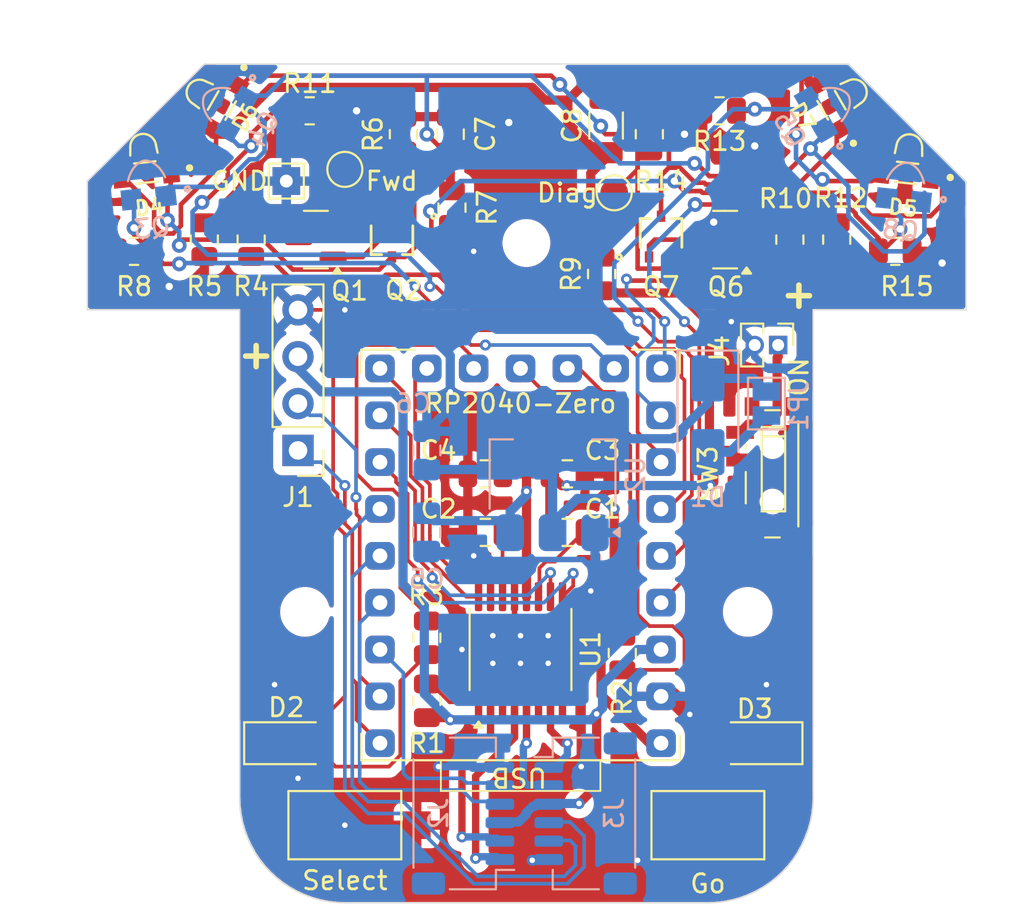
<source format=kicad_pcb>
(kicad_pcb (version 20241229) (generator "pcbnew") (generator_version "9.0")
  (layers (0 "F.Cu" signal) (2 "B.Cu" signal) (13 "F.Paste" user) (15 "B.Paste" user) (5 "F.SilkS" user "F.Silkscreen") (7 "B.SilkS" user "B.Silkscreen") (1 "F.Mask" user) (3 "B.Mask" user) (25 "Edge.Cuts" user))
  (net 0 "")
  (net 1 "Net-(U1-VCP)")
  (net 2 "+BATT")
  (net 3 "GND")
  (net 4 "Net-(U1-VINT)")
  (net 5 "+3V3")
  (net 6 "RX")
  (net 7 "TX")
  (net 8 "Net-(J3-Pin_2)")
  (net 9 "Net-(J3-Pin_1)")
  (net 10 "GP9")
  (net 11 "GP8")
  (net 12 "GP2")
  (net 13 "GP3")
  (net 14 "Net-(J4-Pin_1)")
  (net 15 "GP14")
  (net 16 "A2")
  (net 17 "A3")
  (net 18 "A1")
  (net 19 "A0")
  (net 20 "Net-(U1-~{SLEEP})")
  (net 21 "GP11")
  (net 22 "GP10")
  (net 23 "GP13")
  (net 24 "GP6")
  (net 25 "GP15")
  (net 26 "GP5")
  (net 27 "GP7")
  (net 28 "GP12")
  (net 29 "GP4")
  (net 31 "VCC")
  (net 32 "Net-(Q3-C)")
  (net 33 "Net-(D4-A)")
  (net 34 "Net-(D2-A)")
  (net 35 "Net-(D3-A)")
  (net 36 "Net-(D4-K)")
  (net 37 "Net-(D6-K)")
  (net 38 "Net-(J2-Pin_1)")
  (net 39 "Net-(J2-Pin_2)")
  (net 40 "Net-(Q1-C)")
  (net 41 "Net-(Q1-B)")
  (net 42 "Net-(Q6-C)")
  (net 43 "Net-(Q6-B)")
  (footprint "Button_Switch_SMD:SW_SPST_CK_RS282G05A3" (layer "F.Cu") (at 147.32 161.29 180)
    (property "Reference" "SW2" (hide yes))
    (property "Value" "Go")
  )
  (footprint "MyOpto:LED_SFH_4045N" (layer "F.Cu") (at 116.845543 125.899345 -174)
    (property "Reference" "D4")
    (property "Value" "SFH4045N")
  )
  (footprint "Resistor_SMD:R_0805_2012Metric" (layer "F.Cu") (at 132.081273 154.547627 90)
    (property "Reference" "R1")
    (property "Value" "20k")
  )
  (footprint "Capacitor_SMD:C_0805_2012Metric" (layer "F.Cu") (at 139.7 142.24)
    (property "Reference" "C3")
    (property "Value" "22uF")
  )
  (footprint "TestPoint:TestPoint_Pad_D1.5mm" (layer "F.Cu") (at 127.635 125.73)
    (property "Reference" "TP1" (hide yes))
    (property "Value" "Fwd")
  )
  (footprint "Capacitor_SMD:C_1206_3216Metric" (layer "F.Cu") (at 141.800474 123.352008 90)
    (property "Reference" "C8")
    (property "Value" "47uF")
  )
  (footprint "Capacitor_SMD:C_0805_2012Metric" (layer "F.Cu") (at 139.7 145.415)
    (property "Reference" "C1")
    (property "Value" "10nF")
  )
  (footprint "Resistor_SMD:R_0805_2012Metric" (layer "F.Cu") (at 154.305 129.54 -90)
    (property "Reference" "R12")
    (property "Value" "15k")
  )
  (footprint "MyMotorDrivers:HTSSOP-16-1EP_4.4x5mm_P0.65mm_EP3.4x5mm_Mask2.46x2.31mm_ThermalVias_Large" (layer "F.Cu") (at 137.16 151.765 90)
    (property "Reference" "U1")
    (property "Value" "DRV8833PWP")
  )
  (footprint "Connector_PinHeader_1.27mm:PinHeader_1x02_P1.27mm_Vertical" (layer "F.Cu") (at 151.13 135.255 -90)
    (property "Reference" "J4")
    (property "Value" "LiPo2")
  )
  (footprint "Capacitor_SMD:C_0805_2012Metric" (layer "F.Cu") (at 135.255 145.415)
    (property "Reference" "C2")
    (property "Value" "2.2uF")
  )
  (footprint "Resistor_SMD:R_0805_2012Metric" (layer "F.Cu") (at 132.08 151.13 -90)
    (property "Reference" "R3")
    (property "Value" "220R")
  )
  (footprint "Resistor_SMD:R_0805_2012Metric" (layer "F.Cu") (at 141.556921 131.403331 90)
    (property "Reference" "R9")
    (property "Value" "22R")
  )
  (footprint "Resistor_SMD:R_0805_2012Metric" (layer "F.Cu") (at 122.555 129.54 90)
    (property "Reference" "R4")
    (property "Value" "1k")
  )
  (footprint "MyOpto:LED_SFH_4045N" (layer "F.Cu") (at 120.970013 122.268513 -120)
    (property "Reference" "D6")
    (property "Value" "SFH4045N")
  )
  (footprint "Package_TO_SOT_SMD:SOT-23" (layer "F.Cu") (at 148.2575 129.54 180)
    (property "Reference" "Q6")
    (property "Value" "BC817")
  )
  (footprint "MyOpto:LED_SFH_4045N" (layer "F.Cu") (at 158.0932 125.921522 174)
    (property "Reference" "D5")
    (property "Value" "SFH4045N")
  )
  (footprint "MyOpto:UFM_TOS-M" (layer "F.Cu") (at 144.78 129.3749)
    (property "Reference" "Q7")
    (property "Value" "SSM3K122TU")
  )
  (footprint "Resistor_SMD:R_0805_2012Metric" (layer "F.Cu") (at 120.015 129.54 -90)
    (property "Reference" "R5")
    (property "Value" "15k")
  )
  (footprint "Resistor_SMD:R_0805_2012Metric" (layer "F.Cu") (at 144.145 123.825 90)
    (property "Reference" "R14")
    (property "Value" "1R5")
  )
  (footprint "LED_SMD:LED_1206_3216Metric" (layer "F.Cu") (at 124.46 156.845)
    (property "Reference" "D2")
    (property "Value" "LED")
  )
  (footprint "Resistor_SMD:R_0805_2012Metric" (layer "F.Cu") (at 157.48 130.175)
    (property "Reference" "R15")
    (property "Value" "1k5")
  )
  (footprint "MountingHole:MountingHole_2.2mm_M2" (layer "F.Cu") (at 125.475 149.725)
    (property "Reference" "REF**" (hide yes))
    (property "Value" "MountingHole_2.2mm_M2" (hide yes))
  )
  (footprint "TestPoint:TestPoint_Pad_D1.5mm" (layer "F.Cu") (at 142.24 127)
    (property "Reference" "TP2" (hide yes))
    (property "Value" "Diag")
  )
  (footprint "Resistor_SMD:R_0805_2012Metric" (layer "F.Cu") (at 125.73 122.555)
    (property "Reference" "R11")
    (property "Value" "2k2")
  )
  (footprint "MyOpto:LED_SFH_4045N" (layer "F.Cu") (at 154.021252 122.250178 120)
    (property "Reference" "D7")
    (property "Value" "SFH4045N")
  )
  (footprint "Capacitor_SMD:C_0805_2012Metric" (layer "F.Cu") (at 135.255 142.24 180)
    (property "Reference" "C4")
    (property "Value" "100nF")
  )
  (footprint "MountingHole:MountingHole_2.2mm_M2" (layer "F.Cu") (at 149.48 149.725)
    (property "Reference" "REF**" (hide yes))
    (property "Value" "MountingHole_2.2mm_M2" (hide yes))
  )
  (footprint "Resistor_SMD:R_0805_2012Metric" (layer "F.Cu") (at 147.955 122.555 180)
    (property "Reference" "R13")
    (property "Value" "2k2")
  )
  (footprint "RP2040-Zero-Kicad:RP2040-Zero-outline-THP" (layer "F.Cu") (at 147.32 133.985 180)
    (property "Reference" "RZ1")
    (property "Value" "RP2040-Zero")
  )
  (footprint "MyOpto:UFM_TOS-M" (layer "F.Cu") (at 130.189999 129.3749 180)
    (property "Reference" "Q2")
    (property "Value" "SSM3K122TU")
  )
  (footprint "TestPoint:TestPoint_THTPad_1.5x1.5mm_Drill0.7mm" (layer "F.Cu") (at 124.46 126.365)
    (property "Reference" "TP3")
    (property "Value" "GND")
  )
  (footprint "Resistor_SMD:R_0805_2012Metric" (layer "F.Cu") (at 133.441575 127.805467 90)
    (property "Reference" "R7")
    (property "Value" "220R")
  )
  (footprint "Resistor_SMD:R_0805_2012Metric" (layer "F.Cu") (at 142.678237 151.959077 -90)
    (property "Reference" "R2")
    (property "Value" "220R")
  )
  (footprint "Resistor_SMD:R_0805_2012Metric" (layer "F.Cu") (at 130.81 123.825 90)
    (property "Reference" "R6")
    (property "Value" "1R5")
  )
  (footprint "Package_TO_SOT_SMD:SOT-23" (layer "F.Cu") (at 126.0625 129.54 180)
    (property "Reference" "Q1")
    (property "Value" "BC817")
  )
  (footprint "Resistor_SMD:R_0805_2012Metric" (layer "F.Cu") (at 151.765 129.54 90)
    (property "Reference" "R10")
    (property "Value" "1k")
  )
  (footprint "Capacitor_SMD:C_0805_2012Metric" (layer "F.Cu") (at 133.35 123.825 90)
    (property "Reference" "C7")
    (property "Value" "100nF")
  )
  (footprint "MountingHole:MountingHole_2.1mm" (layer "F.Cu") (at 137.48 129.725)
    (property "Reference" "REF-mh" (hide yes))
    (property "Value" "MountingHole_2.1mm" (hide yes))
  )
  (footprint "MyPassives:SW_SPDT_PCM12_VERT" (layer "F.Cu") (at 150.495 142.24 90)
    (property "Reference" "SW3")
    (property "Value" "ON-OFF")
  )
  (footprint "LED_SMD:LED_1206_3216Metric" (layer "F.Cu") (at 150.161931 156.845 180)
    (property "Reference" "D3")
    (property "Value" "LED")
  )
  (footprint "Resistor_SMD:R_0805_2012Metric" (layer "F.Cu") (at 116.205 130.175 180)
    (property "Reference" "R8")
    (property "Value" "1k5")
  )
  (footprint "Button_Switch_SMD:SW_SPST_CK_RS282G05A3" (layer "F.Cu") (at 127.635 161.29)
    (property "Reference" "SW1" (hide yes))
    (property "Value" "Select")
  )
  (footprint "Connector_PinHeader_2.54mm:PinHeader_1x04_P2.54mm_Vertical" (layer "F.Cu") (at 125.095 140.97 180)
    (property "Reference" "J1")
    (property "Value" "Conn_01x04_Pin")
  )
  (footprint "Package_TO_SOT_SMD:SOT-223-3_TabPin2" (layer "B.Cu") (at 138.897694 142.280875 90)
    (property "Reference" "U2")
    (property "Value" "AP1117-50")
  )
  (footprint "MyOpto:PT100_SHP_H" (layer "B.Cu") (at 116.962135 127.020624 -174)
    (property "Reference" "Q3")
    (property "Value" "PT100MF0MP")
  )
  (footprint "MyOpto:PT100_SHP_H" (layer "B.Cu") (at 153.400325 122.616378 120)
    (property "Reference" "Q5")
    (property "Value" "PT100MF0MP")
  )
  (footprint "Diode_SMD:D_SMA" (layer "B.Cu") (at 147.32 139.065 -90)
    (property "Reference" "D1")
    (property "Value" "SS12")
  )
  (footprint "Connector_JST:JST_SH_SM06B-SRSS-TB_1x06-1MP_P1.00mm_Horizontal" (layer "B.Cu") (at 134.040718 160.655 90)
    (property "Reference" "J2")
    (property "Value" "Conn_01x06_Pin" (hide yes))
  )
  (footprint "MyOpto:PT100_SHP_H" (layer "B.Cu") (at 121.560194 122.615452 -120)
    (property "Reference" "Q4")
    (property "Value" "PT100MF0MP")
  )
  (footprint "Jumper:SolderJumper-2_P1.3mm_Open_Pad1.0x1.5mm" (layer "B.Cu") (at 150.495 138.43 90)
    (property "Reference" "JP1")
    (property "Value" "batt-direct")
  )
  (footprint "MyOpto:PT100_SHP_H" (layer "B.Cu") (at 157.955912 127.141933 174)
    (property "Reference" "Q8")
    (property "Value" "PT100MF0MP")
  )
  (footprint "Connector_JST:JST_SH_SM06B-SRSS-TB_1x06-1MP_P1.00mm_Horizontal" (layer "B.Cu") (at 140.692748 160.655 -90)
    (property "Reference" "J3")
    (property "Value" "Conn_01x06_Pin" (hide yes))
  )
  (footprint "Capacitor_SMD:C_0805_2012Metric_Pad1.18x1.45mm_HandSolder" (layer "B.Cu") (at 132.08 145.415 -90)
    (property "Reference" "C5")
    (property "Value" "4.7uF")
  )
  (footprint "Capacitor_SMD:C_0805_2012Metric_Pad1.18x1.45mm_HandSolder" (layer "B.Cu") (at 132.08 140.97 90)
    (property "Reference" "C6")
    (property "Value" "4.7uF")
  )
  (gr_line (start 153.035 133.35) (end 153.035001 159.788885) (stroke (width 0.05)) (layer "Edge.Cuts"))
  (gr_line (start 121.92 133.35) (end 121.919999 159.788885) (stroke (width 0.05)) (layer "Edge.Cuts"))
  (gr_line (start 120.015 120.015) (end 154.943481 120.015) (stroke (width 0.05)) (layer "Edge.Cuts"))
  (gr_arc (start 127.634999 165.503885) (mid 123.593884 163.83) (end 121.919999 159.788885) (stroke (width 0.05)) (layer "Edge.Cuts"))
  (gr_line (start 113.665 133.35) (end 113.665 126.365) (stroke (width 0.05)) (layer "Edge.Cuts"))
  (gr_line (start 127.634999 165.503885) (end 147.320001 165.503885) (stroke (width 0.05)) (layer "Edge.Cuts"))
  (gr_line (start 161.320369 126.391888) (end 154.943481 120.015) (stroke (width 0.05)) (layer "Edge.Cuts"))
  (gr_line (start 121.92 133.35) (end 113.665 133.35) (stroke (width 0.05)) (layer "Edge.Cuts"))
  (gr_line (start 113.665 126.365) (end 120.015 120.015) (stroke (width 0.05)) (layer "Edge.Cuts"))
  (gr_line (start 161.320369 133.35) (end 161.320369 126.391888) (stroke (width 0.05)) (layer "Edge.Cuts"))
  (gr_arc (start 153.035001 159.788885) (mid 151.361116 163.83) (end 147.320001 165.503885) (stroke (width 0.05)) (layer "Edge.Cuts"))
  (gr_line (start 161.320369 133.35) (end 153.035 133.35) (stroke (width 0.05)) (layer "Edge.Cuts"))
  (gr_text "+" (at 121.699794 136.624244 0) (layer "F.SilkS") (effects (font (size 1.5 1.5) (thickness 0.3) (bold yes)) (justify left bottom)))
  (gr_text "+" (at 151.13 133.35 0) (layer "F.SilkS") (effects (font (size 1.5 1.5) (thickness 0.3) (bold yes)) (justify left bottom)))
  (segment (start 140.563249 145.415) (end 139.006595 146.971653) (width 0.2) (layer "F.Cu") (net 1))
  (segment (start 140.65 145.415) (end 140.563249 145.415) (width 0.2) (layer "F.Cu") (net 1))
  (segment (start 139.006595 146.971653) (end 139.033943 146.999) (width 0.2) (layer "F.Cu") (net 1))
  (segment (start 138.184 148.8535) (end 138.135 148.9025) (width 0.2) (layer "F.Cu") (net 1))
  (segment (start 138.184 147.351057) (end 138.184 148.8535) (width 0.2) (layer "F.Cu") (net 1))
  (segment (start 139.033943 146.999) (end 138.536057 146.999) (width 0.2) (layer "F.Cu") (net 1))
  (segment (start 138.536057 146.999) (end 138.184 147.351057) (width 0.2) (layer "F.Cu") (net 1))
  (segment (start 147.403 134.068) (end 145.767675 132.432675) (width 0.5) (layer "F.Cu") (net 2))
  (segment (start 133.441575 128.717967) (end 133.537033 128.717967) (width 0.5) (layer "F.Cu") (net 2))
  (segment (start 148.545 140.97) (end 149.065 141.49) (width 0.5) (layer "F.Cu") (net 2))
  (segment (start 147.452 142.875) (end 147.452 141.439254) (width 0.5) (layer "F.Cu") (net 2))
  (segment (start 142.315175 132.432675) (end 142.198331 132.315831) (width 0.5) (layer "F.Cu") (net 2))
  (segment (start 147.921254 140.97) (end 148.545 140.97) (width 0.5) (layer "F.Cu") (net 2))
  (segment (start 138.75 142.24) (end 138.75 145.415) (width 0.5) (layer "F.Cu") (net 2))
  (segment (start 147.452 141.439254) (end 147.921254 140.97) (width 0.5) (layer "F.Cu") (net 2))
  (segment (start 147.452 142.875) (end 147.638082 142.688918) (width 0.5) (layer "F.Cu") (net 2))
  (segment (start 133.537033 128.717967) (end 133.35 128.905) (width 0.5) (layer "F.Cu") (net 2))
  (segment (start 147.638082 142.688918) (end 147.638082 140.653082) (width 0.5) (layer "F.Cu") (net 2))
  (segment (start 139.389365 142.879365) (end 138.75 142.24) (width 0.5) (layer "F.Cu") (net 2))
  (segment (start 134.799588 132.715) (end 141.157752 132.715) (width 0.5) (layer "F.Cu") (net 2))
  (segment (start 133.35 128.905) (end 133.35 131.265412) (width 0.5) (layer "F.Cu") (net 2))
  (segment (start 139.668 142.879365) (end 139.389365 142.879365) (width 0.5) (layer "F.Cu") (net 2))
  (segment (start 139.668 142.879365) (end 139.658635 142.87) (width 0.5) (layer "F.Cu") (net 2))
  (segment (start 147.638082 140.653082) (end 147.403 140.418) (width 0.5) (layer "F.Cu") (net 2))
  (segment (start 145.767675 132.432675) (end 142.315175 132.432675) (width 0.5) (layer "F.Cu") (net 2))
  (segment (start 141.157752 132.715) (end 141.556921 132.315831) (width 0.5) (layer "F.Cu") (net 2))
  (segment (start 137.485 142.24) (end 136.205 142.24) (width 0.5) (layer "F.Cu") (net 2))
  (segment (start 137.485 143.185) (end 137.485 148.9025) (width 0.5) (layer "F.Cu") (net 2))
  (segment (start 137.485 143.185) (end 137.485 142.24) (width 0.5) (layer "F.Cu") (net 2))
  (segment (start 136.205 142.24) (end 138.75 142.24) (width 0.5) (layer "F.Cu") (net 2))
  (segment (start 142.198331 132.315831) (end 141.556921 132.315831) (width 0.5) (layer "F.Cu") (net 2))
  (segment (start 133.35 131.265412) (end 134.799588 132.715) (width 0.5) (layer "F.Cu") (net 2))
  (segment (start 147.403 140.418) (end 147.403 134.068) (width 0.5) (layer "F.Cu") (net 2))
  (via (at 139.668 142.879365) (size 0.6) (drill 0.3) (layers "F.Cu" "B.Cu") (net 2))
  (via (at 137.485 143.185) (size 0.6) (drill 0.3) (layers "F.Cu" "B.Cu") (net 2))
  (via (at 147.452 142.875) (size 0.6) (drill 0.3) (layers "F.Cu" "B.Cu") (net 2))
  (segment (start 136.13 144.755) (end 136.13 144.963181) (width 0.5) (layer "B.Cu") (net 2))
  (segment (start 147.32 141.065) (end 148.51 141.065) (width 0.5) (layer "B.Cu") (net 2))
  (segment (start 147.32 142.743) (end 147.32 141.065) (width 0.5) (layer "B.Cu") (net 2))
  (segment (start 136.13 144.963181) (end 136.597694 145.430875) (width 0.5) (layer "B.Cu") (net 2))
  (segment (start 137.485 143.4) (end 136.597694 144.287306) (width 0.5) (layer "B.Cu") (net 2))
  (segment (start 136.170875 145.430875) (end 136.597694 145.430875) (width 0.5) (layer "B.Cu") (net 2))
  (segment (start 148.51 141.065) (end 150.495 139.08) (width 0.5) (layer "B.Cu") (net 2))
  (segment (start 136.105 144.78) (end 136.13 144.755) (width 0.5) (layer "B.Cu") (net 2))
  (segment (start 132.4825 144.78) (end 136.105 144.78) (width 0.5) (layer "B.Cu") (net 2))
  (segment (start 139.672365 142.875) (end 139.668 142.879365) (width 0.5) (layer "B.Cu") (net 2))
  (segment (start 147.452 142.875) (end 147.32 142.743) (width 0.5) (layer "B.Cu") (net 2))
  (segment (start 132.08 144.3775) (end 132.4825 144.78) (width 0.5) (layer "B.Cu") (net 2))
  (segment (start 137.485 143.185) (end 137.485 143.4) (width 0.5) (layer "B.Cu") (net 2))
  (segment (start 136.597694 144.287306) (end 136.597694 145.430875) (width 0.5) (layer "B.Cu") (net 2))
  (segment (start 147.452 142.875) (end 139.672365 142.875) (width 0.5) (layer "B.Cu") (net 2))
  (segment (start 136.185 154.6275) (end 136.185 153.840001) (width 0.3) (layer "F.Cu") (net 3))
  (segment (start 154.5825 130.4525) (end 155.575 131.445) (width 0.5) (layer "F.Cu") (net 3))
  (segment (start 136.535001 153.49) (end 137.784999 153.49) (width 0.3) (layer "F.Cu") (net 3))
  (segment (start 128.27 122.555) (end 126.6425 122.555) (width 0.5) (layer "F.Cu") (net 3))
  (segment (start 146.339117 155.285883) (end 145.358235 154.305) (width 1) (layer "F.Cu") (net 3))
  (segment (start 144.145 122.9125) (end 142.835966 122.9125) (width 0.5) (layer "F.Cu") (net 3))
  (segment (start 159.385 131.445) (end 160.02 130.81) (width 0.5) (layer "F.Cu") (net 3))
  (segment (start 147.635 128.59) (end 149.195 128.59) (width 0.5) (layer "F.Cu") (net 3))
  (segment (start 154.305 130.4525) (end 154.5825 130.4525) (width 0.5) (layer "F.Cu") (net 3))
  (segment (start 125.095 133.35) (end 127.635 133.35) (width 0.2) (layer "F.Cu") (net 3))
  (segment (start 159.1075 130.175) (end 158.3925 130.175) (width 0.5) (layer "F.Cu") (net 3))
  (segment (start 138.135 153.840001) (end 138.135 154.6275) (width 0.3) (layer "F.Cu") (net 3))
  (segment (start 159.6625 130.4525) (end 159.385 130.4525) (width 0.5) (layer "F.Cu") (net 3))
  (segment (start 136.525 123.19) (end 135.89 123.19) (width 0.5) (layer "F.Cu") (net 3))
  (segment (start 140.451 149.109) (end 140.97 148.59) (width 0.5) (layer "F.Cu") (net 3))
  (segment (start 136.185 153.840001) (end 136.535001 153.49) (width 0.3) (layer "F.Cu") (net 3))
  (segment (start 120.015 130.965) (end 120.015 130.4525) (width 0.25) (layer "F.Cu") (net 3))
  (segment (start 140.451 158.115) (end 140.451 149.109) (width 0.5) (layer "F.Cu") (net 3))
  (segment (start 135.575 122.875) (end 133.35 122.875) (width 0.5) (layer "F.Cu") (net 3))
  (segment (start 123.06 154.435) (end 123.825 153.67) (width 0.2) (layer "F.Cu") (net 3))
  (segment (start 135.255 131.445) (end 135.255 131.689694) (width 0.3) (layer "F.Cu") (net 3))
  (segment (start 142.835966 122.9125) (end 141.800474 121.877008) (width 0.5) (layer "F.Cu") (net 3))
  (segment (start 118.11 132.08) (end 118.9 132.08) (width 0.25) (layer "F.Cu") (net 3))
  (segment (start 136.835 148.9025) (end 136.835 150.82) (width 0.3) (layer "F.Cu") (net 3))
  (segment (start 123.06 156.845) (end 123.06 154.435) (width 0.2) (layer "F.Cu") (net 3))
  (segment (start 155.575 131.445) (end 159.385 131.445) (width 0.5) (layer "F.Cu") (net 3))
  (segment (start 133.35 122.875) (end 130.8475 122.875) (width 0.5) (layer "F.Cu") (net 3))
  (segment (start 159.385 130.4525) (end 159.1075 130.175) (width 0.5) (layer "F.Cu") (net 3))
  (segment (start 160.02 130.81) (end 159.6625 130.4525) (width 0.5) (layer "F.Cu") (net 3))
  (segment (start 136.835 150.82) (end 136.525 151.13) (width 0.3) (layer "F.Cu") (net 3))
  (segment (start 145.358235 154.305) (end 144.78 154.305) (width 0.2) (layer "F.Cu") (net 3))
  (segment (start 118.9 132.08) (end 120.015 130.965) (width 0.25) (layer "F.Cu") (net 3))
  (segment (start 130.8475 122.875) (end 130.81 122.9125) (width 0.5) (layer "F.Cu") (net 3))
  (segment (start 137.784999 153.49) (end 138.135 153.840001) (width 0.3) (layer "F.Cu") (net 3))
  (segment (start 135.89 123.19) (end 135.575 122.875) (width 0.5) (layer "F.Cu") (net 3))
  (via (at 127.635 161.29) (size 0.6) (drill 0.3) (layers "F.Cu" "B.Cu") (net 3))
  (via (at 132.715 158.115) (size 0.6) (drill 0.3) (layers "F.Cu" "B.Cu") (net 3))
  (via (at 137.795 163.195) (size 0.6) (drill 0.3) (layers "F.Cu" "B.Cu") (net 3))
  (via (at 146.05 123.825) (size 0.8) (drill 0.4) (layers "F.Cu" "B.Cu") (net 3))
  (via (at 133.985 151.765) (size 0.6) (drill 0.3) (layers "F.Cu" "B.Cu") (net 3))
  (via (at 146.339117 155.285883) (size 0.6) (drill 0.3) (layers "F.Cu" "B.Cu") (net 3))
  (via (at 134.62 130.175) (size 0.6) (drill 0.3) (layers "F.Cu" "B.Cu") (net 3))
  (via (at 123.825 153.67) (size 0.6) (drill 0.3) (layers "F.Cu" "B.Cu") (net 3))
  (via (at 127.635 133.35) (size 0.6) (drill 0.3) (layers "F.Cu" "B.Cu") (net 3))
  (via (at 118.11 132.08) (size 0.8) (drill 0.4) (layers "F.Cu" "B.Cu") (net 3))
  (via (at 160.02 130.81) (size 0.8) (drill 0.4) (layers "F.Cu" "B.Cu") (net 3))
  (via (at 133.35 137.795) (size 0.6) (drill 0.3) (layers "F.Cu" "B.Cu") (net 3))
  (via (at 149.86 124.46) (size 0.8) (drill 0.4) (layers "F.Cu" "B.Cu") (net 3))
  (via (at 125.095 158.75) (size 0.6) (drill 0.3) (layers "F.Cu" "B.Cu") (net 3))
  (via (at 148.59 133.985) (size 0.6) (drill 0.3) (layers "F.Cu" "B.Cu") (net 3))
  (via (at 136.525 123.19) (size 0.8) (drill 0.4) (layers "F.Cu" "B.Cu") (net 3))
  (via (at 134.62 146.685) (size 0.6) (drill 0.3) (layers "F.Cu" "B.Cu") (net 3))
  (via (at 140.451 158.115) (size 0.6) (drill 0.3) (layers "F.Cu" "B.Cu") (net 3))
  (via (at 128.27 122.555) (size 0.8) (drill 0.4) (layers "F.Cu" "B.Cu") (net 3))
  (via (at 150.495 153.67) (size 0.6) (drill 0.3) (layers "F.Cu" "B.Cu") (net 3))
  (via (at 143.51 163.195) (size 0.6) (drill 0.3) (layers "F.Cu" "B.Cu") (net 3))
  (via (at 147.635 128.59) (size 0.8) (drill 0.4) (layers "F.Cu" "B.Cu") (net 3))
  (via (at 140.97 148.59) (size 0.6) (drill 0.3) (layers "F.Cu" "B.Cu") (net 3))
  (segment (start 149.86 135.89) (end 150.495 136.525) (width 0.4) (layer "B.Cu") (net 3))
  (segment (start 133.35 135.82686) (end 130.87314 133.35) (width 0.5) (layer "B.Cu") (net 3))
  (segment (start 134.626 146.691) (end 134.62 146.685) (width 0.2) (layer "B.Cu") (net 3))
  (segment (start 133.35 137.795) (end 133.35 138.6625) (width 0.5) (layer "B.Cu") (net 3))
  (segment (start 130.87314 133.35) (end 127.635 133.35) (width 0.5) (layer "B.Cu") (net 3))
  (segment (start 135.967359 158.155) (end 135.927359 158.115) (width 0.4) (layer "B.Cu") (net 3))
  (segment (start 140.534743 146.884743) (end 134.819743 146.884743) (width 0.3) (layer "B.Cu") (net 3))
  (segment (start 136.040718 158.155) (end 135.967359 158.155) (width 0.4) (layer "B.Cu") (net 3))
  (segment (start 140.97 147.32) (end 140.534743 146.884743) (width 0.3) (layer "B.Cu") (net 3))
  (segment (start 138.985 163.195) (end 139.065 163.115) (width 0.4) (layer "B.Cu") (net 3))
  (segment (start 137.795 163.195) (end 138.985 163.195) (width 0.4) (layer "B.Cu") (net 3))
  (segment (start 133.35 137.795) (end 133.35 135.82686) (width 0.5) (layer "B.Cu") (net 3))
  (segment (start 133.35 138.6625) (end 132.08 139.9325) (width 0.5) (layer "B.Cu") (net 3))
  (segment (start 135.927359 158.115) (end 132.715 158.115) (width 0.4) (layer "B.Cu") (net 3))
  (segment (start 134.62 146.685) (end 132.3125 146.685) (width 0.4) (layer "B.Cu") (net 3))
  (segment (start 149.86 135.255) (end 149.86 135.89) (width 0.4) (layer "B.Cu") (net 3))
  (segment (start 132.3125 146.685) (end 132.08 146.4525) (width 0.4) (layer "B.Cu") (net 3))
  (segment (start 140.97 148.59) (end 140.97 147.32) (width 0.3) (layer "B.Cu") (net 3))
  (segment (start 134.819743 146.884743) (end 134.626 146.691) (width 0.3) (layer "B.Cu") (net 3))
  (segment (start 136.185 145.435) (end 136.185 148.9025) (width 0.2) (layer "F.Cu") (net 4))
  (segment (start 136.205 145.415) (end 136.185 145.435) (width 0.2) (layer "F.Cu") (net 4))
  (segment (start 140.335 160.115) (end 141.2875 159.1625) (width 0.5) (layer "F.Cu") (net 5))
  (segment (start 133.235127 155.460127) (end 132.081273 155.460127) (width 0.5) (layer "F.Cu") (net 5))
  (segment (start 133.35 155.575) (end 133.235127 155.460127) (width 0.5) (layer "F.Cu") (net 5))
  (segment (start 141.2875 159.1625) (end 141.2875 155.2575) (width 0.5) (layer "F.Cu") (net 5))
  (via (at 140.335 160.115) (size 0.6) (drill 0.3) (layers "F.Cu" "B.Cu") (net 5))
  (via (at 133.35 155.575) (size 0.6) (drill 0.3) (layers "F.Cu" "B.Cu") (net 5))
  (via (at 141.2875 155.2575) (size 0.6) (drill 0.3) (layers "F.Cu" "B.Cu") (net 5))
  (segment (start 140.97 155.575) (end 141.2875 155.2575) (width 0.5) (layer "B.Cu") (net 5))
  (segment (start 126.365 137.795) (end 125.095 136.525) (width 0.5) (layer "B.Cu") (net 5))
  (segment (start 138.065519 160.115) (end 137.906796 160.273723) (width 0.5) (layer "B.Cu") (net 5))
  (segment (start 131.945 154.17) (end 131.945 149.382075) (width 0.5) (layer "B.Cu") (net 5))
  (segment (start 137.06552 161.114999) (end 136.154076 161.114999) (width 0.5) (layer "B.Cu") (net 5))
  (segment (start 133.35 155.575) (end 131.945 154.17) (width 0.5) (layer "B.Cu") (net 5))
  (segment (start 137.466748 160.713771) (end 137.06552 161.114999) (width 0.5) (layer "B.Cu") (net 5))
  (segment (start 140.335 160.115) (end 138.065519 160.115) (width 0.5) (layer "B.Cu") (net 5))
  (segment (start 136.154076 161.114999) (end 136.114075 161.155) (width 0.5) (layer "B.Cu") (net 5))
  (segment (start 130.791 148.228075) (end 130.791 138.34786) (width 0.5) (layer "B.Cu") (net 5))
  (segment (start 137.466748 160.621623) (end 137.466748 160.713771) (width 0.5) (layer "B.Cu") (net 5))
  (segment (start 130.23814 137.795) (end 126.365 137.795) (width 0.5) (layer "B.Cu") (net 5))
  (segment (start 131.945 149.382075) (end 130.791 148.228075) (width 0.5) (layer "B.Cu") (net 5))
  (segment (start 125.095 136.525) (end 125.095 135.89) (width 0.5) (layer "B.Cu") (net 5))
  (segment (start 137.906796 160.273723) (end 137.814648 160.273723) (width 0.5) (layer "B.Cu") (net 5))
  (segment (start 143.51 151.765) (end 144.78 151.765) (width 0.5) (layer "B.Cu") (net 5))
  (segment (start 141.605 153.67) (end 143.51 151.765) (width 0.5) (layer "B.Cu") (net 5))
  (segment (start 130.791 138.34786) (end 130.23814 137.795) (width 0.5) (layer "B.Cu") (net 5))
  (segment (start 133.35 155.575) (end 140.97 155.575) (width 0.5) (layer "B.Cu") (net 5))
  (segment (start 141.2875 155.2575) (end 141.605 154.94) (width 0.5) (layer "B.Cu") (net 5))
  (segment (start 136.114075 161.155) (end 136.040718 161.155) (width 0.5) (layer "B.Cu") (net 5))
  (segment (start 141.605 154.94) (end 141.605 153.67) (width 0.5) (layer "B.Cu") (net 5))
  (segment (start 137.814648 160.273723) (end 137.466748 160.621623) (width 0.5) (layer "B.Cu") (net 5))
  (segment (start 128.439 153.204) (end 129.54 154.305) (width 0.2) (layer "F.Cu") (net 6))
  (segment (start 128.27 144.44) (end 128.439 144.609) (width 0.2) (layer "F.Cu") (net 6))
  (segment (start 128.27 144.175) (end 128.27 144.44) (width 0.2) (layer "F.Cu") (net 6))
  (segment (start 128.24 144.145) (end 128.27 144.175) (width 0.2) (layer "F.Cu") (net 6))
  (segment (start 128.439 144.609) (end 128.439 153.204) (width 0.2) (layer "F.Cu") (net 6))
  (segment (start 128.24 143.51) (end 128.24 144.145) (width 0.2) (layer "F.Cu") (net 6))
  (via (at 128.24 143.51) (size 0.6) (drill 0.3) (layers "F.Cu" "B.Cu") (net 6))
  (segment (start 125.73 139.065) (end 125.095 138.43) (width 0.2) (layer "B.Cu") (net 6))
  (segment (start 128.24 143.51) (end 128.24 140.94) (width 0.2) (layer "B.Cu") (net 6))
  (segment (start 126.365 139.065) (end 125.73 139.065) (width 0.2) (layer "B.Cu") (net 6))
  (segment (start 128.24 140.94) (end 126.365 139.065) (width 0.2) (layer "B.Cu") (net 6))
  (segment (start 128.27 153.6021) (end 128.27 155.575) (width 0.2) (layer "F.Cu") (net 7))
  (segment (start 127.635 144.945) (end 128.038 145.348) (width 0.2) (layer "F.Cu") (net 7))
  (segment (start 128.038 145.348) (end 128.038 153.3701) (width 0.2) (layer "F.Cu") (net 7))
  (segment (start 128.27 155.575) (end 129.54 156.845) (width 0.2) (layer "F.Cu") (net 7))
  (segment (start 128.038 153.3701) (end 128.27 153.6021) (width 0.2) (layer "F.Cu") (net 7))
  (segment (start 127.635 142.875) (end 127.635 144.945) (width 0.2) (layer "F.Cu") (net 7))
  (via (at 127.635 142.875) (size 0.6) (drill 0.3) (layers "F.Cu" "B.Cu") (net 7))
  (segment (start 127.635 142.875) (end 126.365 141.605) (width 0.2) (layer "B.Cu") (net 7))
  (segment (start 125.73 141.605) (end 125.095 140.97) (width 0.2) (layer "B.Cu") (net 7))
  (segment (start 126.365 141.605) (end 125.73 141.605) (width 0.2) (layer "B.Cu") (net 7))
  (segment (start 137.485 156.845) (end 137.485 154.6275) (width 0.4) (layer "F.Cu") (net 8))
  (via (at 137.485 156.845) (size 0.6) (drill 0.3) (layers "F.Cu" "B.Cu") (net 8))
  (segment (start 137.525 159.115) (end 139.065 159.115) (width 0.4) (layer "B.Cu") (net 8))
  (segment (start 137.315261 157.014739) (end 137.315261 158.905261) (width 0.4) (layer "B.Cu") (net 8))
  (segment (start 137.485 156.845) (end 137.315261 157.014739) (width 0.4) (layer "B.Cu") (net 8))
  (segment (start 137.315261 158.905261) (end 137.525 159.115) (width 0.4) (layer "B.Cu") (net 8))
  (segment (start 138.785 156.139878) (end 138.785 154.6275) (width 0.4) (layer "F.Cu") (net 9))
  (segment (start 139.7 156.845) (end 139.490122 156.845) (width 0.4) (layer "F.Cu") (net 9))
  (segment (start 139.490122 156.845) (end 138.785 156.139878) (width 0.4) (layer "F.Cu") (net 9))
  (via (at 139.7 156.845) (size 0.6) (drill 0.3) (layers "F.Cu" "B.Cu") (net 9))
  (segment (start 139.7 157.48) (end 139.065 158.115) (width 0.4) (layer "B.Cu") (net 9))
  (segment (start 139.7 156.845) (end 139.7 157.48) (width 0.4) (layer "B.Cu") (net 9))
  (segment (start 131.612 140.0028) (end 131.612 141.9757) (width 0.2) (layer "F.Cu") (net 10))
  (segment (start 132.245 145.58) (end 132.247 145.582) (width 0.2) (layer "F.Cu") (net 10))
  (segment (start 132.08 136.525) (end 131.445 137.16) (width 0.2) (layer "F.Cu") (net 10))
  (segment (start 131.612 141.9757) (end 131.614108 141.977808) (width 0.2) (layer "F.Cu") (net 10))
  (segment (start 134.61513 147.815) (end 134.61613 147.814) (width 0.2) (layer "F.Cu") (net 10))
  (segment (start 132.247 145.582) (end 132.247 146.217) (width 0.2) (layer "F.Cu") (net 10))
  (segment (start 133.845 147.815) (end 134.61513 147.815) (width 0.2) (layer "F.Cu") (net 10))
  (segment (start 132.247 146.217) (end 133.845 147.815) (width 0.2) (layer "F.Cu") (net 10))
  (segment (start 131.445 137.16) (end 131.445 139.8358) (width 0.2) (layer "F.Cu") (net 10))
  (segment (start 131.614108 142.1947) (end 132.245 142.825592) (width 0.2) (layer "F.Cu") (net 10))
  (segment (start 135.386 148.047544) (end 135.535 148.196544) (width 0.2) (layer "F.Cu") (net 10))
  (segment (start 134.61613 147.814) (end 135.15387 147.814) (width 0.2) (layer "F.Cu") (net 10))
  (segment (start 135.15387 147.814) (end 135.386 148.04613) (width 0.2) (layer "F.Cu") (net 10))
  (segment (start 135.386 148.04613) (end 135.386 148.047544) (width 0.2) (layer "F.Cu") (net 10))
  (segment (start 132.245 142.825592) (end 132.245 145.58) (width 0.2) (layer "F.Cu") (net 10))
  (segment (start 135.535 148.196544) (end 135.535 148.9025) (width 0.2) (layer "F.Cu") (net 10))
  (segment (start 131.445 139.8358) (end 131.612 140.0028) (width 0.2) (layer "F.Cu") (net 10))
  (segment (start 131.614108 141.977808) (end 131.614108 142.1947) (width 0.2) (layer "F.Cu") (net 10))
  (segment (start 130.81 139.7679) (end 131.211 140.1689) (width 0.2) (layer "F.Cu") (net 11))
  (segment (start 131.844 145.7461) (end 131.846 145.7481) (width 0.2) (layer "F.Cu") (net 11))
  (segment (start 131.211 140.1689) (end 131.211 142.1418) (width 0.2) (layer "F.Cu") (net 11))
  (segment (start 134.2296 148.9025) (end 134.885 148.9025) (width 0.2) (layer "F.Cu") (net 11))
  (segment (start 132.604719 147.277619) (end 132.625291 147.277619) (width 0.2) (layer "F.Cu") (net 11))
  (segment (start 131.211 142.1418) (end 131.213108 142.143908) (width 0.2) (layer "F.Cu") (net 11))
  (segment (start 131.846 145.7481) (end 131.846 146.5189) (width 0.2) (layer "F.Cu") (net 11))
  (segment (start 132.977348 147.650248) (end 134.2296 148.9025) (width 0.2) (layer "F.Cu") (net 11))
  (segment (start 132.977348 147.629676) (end 132.977348 147.650248) (width 0.2) (layer "F.Cu") (net 11))
  (segment (start 131.846 146.5189) (end 132.604719 147.277619) (width 0.2) (layer "F.Cu") (net 11))
  (segment (start 130.81 137.795) (end 130.81 139.7679) (width 0.2) (layer "F.Cu") (net 11))
  (segment (start 131.213108 142.143908) (end 131.213108 142.3608) (width 0.2) (layer "F.Cu") (net 11))
  (segment (start 131.844 142.991692) (end 131.844 145.7461) (width 0.2) (layer "F.Cu") (net 11))
  (segment (start 129.54 136.525) (end 130.81 137.795) (width 0.2) (layer "F.Cu") (net 11))
  (segment (start 132.625291 147.277619) (end 132.977348 147.629676) (width 0.2) (layer "F.Cu") (net 11))
  (segment (start 131.213108 142.3608) (end 131.844 142.991692) (width 0.2) (layer "F.Cu") (net 11))
  (segment (start 130.175 136.525) (end 129.54 136.525) (width 0.2) (layer "B.Cu") (net 11))
  (segment (start 131.080001 158.75) (end 133.985 158.75) (width 0.2) (layer "B.Cu") (net 12))
  (segment (start 130.81 153.035) (end 130.81 158.479999) (width 0.2) (layer "B.Cu") (net 12))
  (segment (start 130.81 158.479999) (end 131.080001 158.75) (width 0.2) (layer "B.Cu") (net 12))
  (segment (start 128.905 151.765) (end 129.54 151.765) (width 0.2) (layer "B.Cu") (net 12))
  (segment (start 135.887359 159.001641) (end 136.040718 159.155) (width 0.2) (layer "B.Cu") (net 12))
  (segment (start 134.236641 159.001641) (end 135.887359 159.001641) (width 0.2) (layer "B.Cu") (net 12))
  (segment (start 129.54 151.765) (end 130.81 153.035) (width 0.2) (layer "B.Cu") (net 12))
  (segment (start 133.985 158.75) (end 134.236641 159.001641) (width 0.2) (layer "B.Cu") (net 12))
  (segment (start 129.54 149.225) (end 128.439 150.326) (width 0.2) (layer "B.Cu") (net 13))
  (segment (start 135.574542 160.001641) (end 135.6879 160.114999) (width 0.2) (layer "B.Cu") (net 13))
  (segment (start 128.439 158.919) (end 128.905 159.385) (width 0.2) (layer "B.Cu") (net 13))
  (segment (start 135.967361 160.155) (end 136.040718 160.155) (width 0.2) (layer "B.Cu") (net 13))
  (segment (start 134.601641 160.001641) (end 135.574542 160.001641) (width 0.2) (layer "B.Cu") (net 13))
  (segment (start 135.6879 160.114999) (end 135.92736 160.114999) (width 0.2) (layer "B.Cu") (net 13))
  (segment (start 135.92736 160.114999) (end 135.967361 160.155) (width 0.2) (layer "B.Cu") (net 13))
  (segment (start 128.905 159.385) (end 133.985 159.385) (width 0.2) (layer "B.Cu") (net 13))
  (segment (start 128.439 150.326) (end 128.439 158.919) (width 0.2) (layer "B.Cu") (net 13))
  (segment (start 133.985 159.385) (end 134.601641 160.001641) (width 0.2) (layer "B.Cu") (net 13))
  (segment (start 128.905 149.225) (end 129.54 149.225) (width 0.2) (layer "B.Cu") (net 13))
  (segment (start 149.514 139.541) (end 150.495 139.541) (width 0.5) (layer "F.Cu") (net 14))
  (segment (start 151.13 135.89) (end 151.13 135.255) (width 0.5) (layer "F.Cu") (net 14))
  (segment (start 151.074 135.946) (end 151.13 135.89) (width 0.5) (layer "F.Cu") (net 14))
  (segment (start 151.074 138.962) (end 151.074 135.946) (width 0.5) (layer "F.Cu") (net 14))
  (segment (start 150.495 139.541) (end 151.074 138.962) (width 0.5) (layer "F.Cu") (net 14))
  (segment (start 149.065 139.99) (end 149.514 139.541) (width 0.5) (layer "F.Cu") (net 14))
  (segment (start 132.774 131.445) (end 129.862609 131.445) (width 0.25) (layer "F.Cu") (net 15))
  (segment (start 144.344 133.35) (end 143.796298 133.35) (width 0.25) (layer "F.Cu") (net 15))
  (segment (start 143.259702 133.35) (end 135.255 133.35) (width 0.25) (layer "F.Cu") (net 15))
  (segment (start 135.196 133.291) (end 134.561 133.291) (width 0.25) (layer "F.Cu") (net 15))
  (segment (start 132.774 131.503999) (end 132.774 131.445) (width 0.25) (layer "F.Cu") (net 15))
  (segment (start 129.862609 131.445) (end 129.693666 131.613943) (width 0.25) (layer "F.Cu") (net 15))
  (segment (start 122.9125 130.81) (end 122.555 130.4525) (width 0.25) (layer "F.Cu") (net 15))
  (segment (start 143.268702 133.341) (end 143.259702 133.35) (width 0.25) (layer "F.Cu") (net 15))
  (segment (start 124.626133 131.613943) (end 123.82219 130.81) (width 0.25) (layer "F.Cu") (net 15))
  (segment (start 135.255 133.35) (end 135.196 133.291) (width 0.25) (layer "F.Cu") (net 15))
  (segment (start 123.82219 130.81) (end 122.9125 130.81) (width 0.25) (layer "F.Cu") (net 15))
  (segment (start 143.787298 133.341) (end 143.268702 133.341) (width 0.25) (layer "F.Cu") (net 15))
  (segment (start 144.979 133.985) (end 144.344 133.35) (width 0.25) (layer "F.Cu") (net 15))
  (segment (start 134.561 133.291) (end 132.774 131.503999) (width 0.25) (layer "F.Cu") (net 15))
  (segment (start 129.693666 131.613943) (end 124.626133 131.613943) (width 0.25) (layer "F.Cu") (net 15))
  (segment (start 143.796298 133.35) (end 143.787298 133.341) (width 0.25) (layer "F.Cu") (net 15))
  (via (at 144.979 133.985) (size 0.6) (drill 0.3) (layers "F.Cu" "B.Cu") (net 15))
  (segment (start 144.979 136.326) (end 144.78 136.525) (width 0.2) (layer "B.Cu") (net 15))
  (segment (start 144.979 133.985) (end 144.979 136.326) (width 0.2) (layer "B.Cu") (net 15))
  (segment (start 149.590583 122.466917) (end 149.5025 122.555) (width 0.25) (layer "F.Cu") (net 16))
  (segment (start 146.05 146.119315) (end 145.484315 146.685) (width 0.2) (layer "F.Cu") (net 16))
  (segment (start 149.5025 122.555) (end 148.8675 122.555) (width 0.25) (layer "F.Cu") (net 16))
  (segment (start 146.05 143.792122) (end 146.05 146.119315) (width 0.2) (layer "F.Cu") (net 16))
  (segment (start 146.282 135.703892) (end 146.282 135.758) (width 0.2) (layer "F.Cu") (net 16))
  (segment (start 149.86 122.466917) (end 149.590583 122.466917) (width 0.25) (layer "F.Cu") (net 16))
  (segment (start 144.634 135.073) (end 145.651108 135.073) (width 0.2) (layer "F.Cu") (net 16))
  (segment (start 145.484315 146.685) (end 144.78 146.685) (width 0.2) (layer "F.Cu") (net 16))
  (segment (start 146.451 143.391122) (end 146.05 143.792122) (width 0.2) (layer "F.Cu") (net 16))
  (segment (start 143.528 133.967) (end 144.634 135.073) (width 0.2) (layer "F.Cu") (net 16))
  (segment (start 146.282 135.758) (end 146.414 135.89) (width 0.2) (layer "F.Cu") (net 16))
  (segment (start 146.414 135.89) (end 146.451 135.89) (width 0.2) (layer "F.Cu") (net 16))
  (segment (start 146.451 135.89) (end 146.451 143.391122) (width 0.2) (layer "F.Cu") (net 16))
  (segment (start 145.651108 135.073) (end 146.282 135.703892) (width 0.2) (layer "F.Cu") (net 16))
  (via (at 143.528 133.967) (size 0.6) (drill 0.3) (layers "F.Cu" "B.Cu") (net 16))
  (via (at 149.86 122.466917) (size 0.8) (drill 0.4) (layers "F.Cu" "B.Cu") (net 16))
  (segment (start 147.316872 125.098128) (end 147.321001 125.102256) (width 0.25) (layer "B.Cu") (net 16))
  (segment (start 152.455069 122.472206) (end 153.195 121.732275) (width 0.25) (layer "B.Cu") (net 16))
  (segment (start 149.86 122.466917) (end 148.675273 122.466917) (width 0.25) (layer "B.Cu") (net 16))
  (segment (start 151.207505 122.466917) (end 151.212794 122.472206) (width 0.25) (layer "B.Cu") (net 16))
  (segment (start 147.32 123.82219) (end 147.32 125.095) (width 0.25) (layer "B.Cu") (net 16))
  (segment (start 147.321001 125.102256) (end 147.321001 125.703696) (width 0.25) (layer "B.Cu") (net 16))
  (segment (start 142.24 130.81) (end 142.24 132.679) (width 0.25) (layer "B.Cu") (net 16))
  (segment (start 149.86 122.466917) (end 151.207505 122.466917) (width 0.25) (layer "B.Cu") (net 16))
  (segment (start 146.895721 126.154279) (end 142.24 130.81) (width 0.25) (layer "B.Cu") (net 16))
  (segment (start 146.895721 126.128976) (end 146.895721 126.154279) (width 0.25) (layer "B.Cu") (net 16))
  (segment (start 147.321001 125.703696) (end 146.895721 126.128976) (width 0.25) (layer "B.Cu") (net 16))
  (segment (start 151.212794 122.472206) (end 152.455069 122.472206) (width 0.25) (layer "B.Cu") (net 16))
  (segment (start 142.24 132.679) (end 143.528 133.967) (width 0.25) (layer "B.Cu") (net 16))
  (segment (start 153.195 121.732275) (end 153.194999 121.732275) (width 0.25) (layer "B.Cu") (net 16))
  (segment (start 147.32 125.095) (end 147.316872 125.098128) (width 0.25) (layer "B.Cu") (net 16))
  (segment (start 148.675273 122.466917) (end 147.32 123.82219) (width 0.25) (layer "B.Cu") (net 16))
  (segment (start 146.852 143.557222) (end 146.685 143.724222) (width 0.2) (layer "F.Cu") (net 17))
  (segment (start 146.685 147.32) (end 144.78 149.225) (width 0.2) (layer "F.Cu") (net 17))
  (segment (start 157.793922 129.013457) (end 157.793922 129.138922) (width 0.25) (layer "F.Cu") (net 17))
  (segment (start 146.632306 127.634) (end 146.633306 127.635) (width 0.25) (layer "F.Cu") (net 17))
  (segment (start 157.793922 129.138922) (end 156.757844 130.175) (width 0.25) (layer "F.Cu") (net 17))
  (segment (start 155.331 128.221153) (end 156.5675 129.457653) (width 0.25) (layer "F.Cu") (net 17))
  (segment (start 154.898847 127.789) (end 155.000514 127.789) (width 0.25) (layer "F.Cu") (net 17))
  (segment (start 146.685 143.724222) (end 146.685 147.32) (width 0.2) (layer "F.Cu") (net 17))
  (segment (start 156.757844 130.175) (end 156.5675 130.175) (width 0.25) (layer "F.Cu") (net 17))
  (segment (start 146.633306 127.635) (end 154.744847 127.635) (width 0.25) (layer "F.Cu") (net 17))
  (segment (start 154.744847 127.635) (end 154.898847 127.789) (width 0.25) (layer "F.Cu") (net 17))
  (segment (start 155.000514 127.789) (end 155.331 128.119486) (width 0.25) (layer "F.Cu") (net 17))
  (segment (start 155.331 128.119486) (end 155.331 128.221153) (width 0.25) (layer "F.Cu") (net 17))
  (segment (start 146.852 134.787) (end 146.852 143.557222) (width 0.2) (layer "F.Cu") (net 17))
  (segment (start 157.743908 128.963443) (end 157.793922 129.013457) (width 0.25) (layer "F.Cu") (net 17))
  (segment (start 156.5675 129.457653) (end 156.5675 130.175) (width 0.25) (layer "F.Cu") (net 17))
  (segment (start 146.05 133.985) (end 146.852 134.787) (width 0.2) (layer "F.Cu") (net 17))
  (via (at 157.743908 128.963443) (size 0.8) (drill 0.4) (layers "F.Cu" "B.Cu") (net 17))
  (via (at 146.05 133.985) (size 0.6) (drill 0.3) (layers "F.Cu" "B.Cu") (net 17))
  (via (at 146.632306 127.634) (size 0.8) (drill 0.4) (layers "F.Cu" "B.Cu") (net 17))
  (segment (start 144.145 132.08) (end 146.05 133.985) (width 0.25) (layer "B.Cu") (net 17))
  (segment (start 144.145 130.121306) (end 144.145 132.08) (width 0.25) (layer "B.Cu") (net 17))
  (segment (start 157.793922 128.913429) (end 157.793922 128.36) (width 0.25) (layer "B.Cu") (net 17))
  (segment (start 146.632306 127.634) (end 144.145 130.121306) (width 0.25) (layer "B.Cu") (net 17))
  (segment (start 157.52 127.355001) (end 157.164999 127) (width 0.25) (layer "B.Cu") (net 17))
  (segment (start 157.52 128.086078) (end 157.52 127.355001) (width 0.25) (layer "B.Cu") (net 17))
  (segment (start 157.743908 128.963443) (end 157.793922 128.913429) (width 0.25) (layer "B.Cu") (net 17))
  (segment (start 157.793922 128.36) (end 157.52 128.086078) (width 0.25) (layer "B.Cu") (net 17))
  (segment (start 121.285 126.245) (end 121.285 125.73) (width 0.25) (layer "F.Cu") (net 18))
  (segment (start 132.57025 132.08) (end 134.47525 133.985) (width 0.2) (layer "F.Cu") (net 18))
  (segment (start 134.47525 133.985) (end 142.24 133.985) (width 0.2) (layer "F.Cu") (net 18))
  (segment (start 132.245003 132.08) (end 132.57025 132.08) (width 0.2) (layer "F.Cu") (net 18))
  (segment (start 122.555 123.825) (end 123.825 122.555) (width 0.25) (layer "F.Cu") (net 18))
  (segment (start 143.729 135.474) (end 145.485008 135.474) (width 0.2) (layer "F.Cu") (net 18))
  (segment (start 145.130022 144.145) (end 144.78 144.145) (width 0.2) (layer "F.Cu") (net 18))
  (segment (start 145.881 135.869992) (end 145.881 136.991) (width 0.2) (layer "F.Cu") (net 18))
  (segment (start 122.555 124.46) (end 122.555 123.825) (width 0.25) (layer "F.Cu") (net 18))
  (segment (start 146.05 137.16) (end 146.05 143.225022) (width 0.2) (layer "F.Cu") (net 18))
  (segment (start 119.890304 127.515001) (end 120.014999 127.515001) (width 0.25) (layer "F.Cu") (net 18))
  (segment (start 142.24 133.985) (end 143.729 135.474) (width 0.2) (layer "F.Cu") (net 18))
  (segment (start 120.014999 127.515001) (end 121.285 126.245) (width 0.25) (layer "F.Cu") (net 18))
  (segment (start 145.881 136.991) (end 146.05 137.16) (width 0.2) (layer "F.Cu") (net 18))
  (segment (start 145.485008 135.474) (end 145.881 135.869992) (width 0.2) (layer "F.Cu") (net 18))
  (segment (start 121.285 125.73) (end 122.555 124.46) (width 0.25) (layer "F.Cu") (net 18))
  (segment (start 123.825 122.555) (end 124.8175 122.555) (width 0.25) (layer "F.Cu") (net 18))
  (segment (start 146.05 143.225022) (end 145.130022 144.145) (width 0.2) (layer "F.Cu") (net 18))
  (via (at 122.555 124.46) (size 0.8) (drill 0.4) (layers "F.Cu" "B.Cu") (net 18))
  (via (at 119.890304 127.515001) (size 0.8) (drill 0.4) (layers "F.Cu" "B.Cu") (net 18))
  (via (at 132.245003 132.08) (size 0.6) (drill 0.3) (layers "F.Cu" "B.Cu") (net 18))
  (segment (start 119.38 129.54) (end 119.38 128.025305) (width 0.25) (layer "B.Cu") (net 18))
  (segment (start 120.199 130.359) (end 119.38 129.54) (width 0.25) (layer "B.Cu") (net 18))
  (segment (start 132.245003 131.610003) (end 130.994 130.359) (width 0.25) (layer "B.Cu") (net 18))
  (segment (start 121.892274 124.46) (end 120.809999 123.377725) (width 0.25) (layer "B.Cu") (net 18))
  (segment (start 122.555 124.46) (end 121.892274 124.46) (width 0.25) (layer "B.Cu") (net 18))
  (segment (start 132.245003 132.08) (end 132.245003 131.610003) (width 0.25) (layer "B.Cu") (net 18))
  (segment (start 130.994 130.359) (end 120.199 130.359) (width 0.25) (layer "B.Cu") (net 18))
  (segment (start 119.38 128.025305) (end 119.890304 127.515001) (width 0.25) (layer "B.Cu") (net 18))
  (segment (start 116.205 129.2625) (end 117.1175 130.175) (width 0.25) (layer "F.Cu") (net 19))
  (segment (start 118.656383 130.854773) (end 117.797273 130.854773) (width 0.25) (layer "F.Cu") (net 19))
  (segment (start 117.797273 130.854773) (end 117.1175 130.175) (width 0.25) (layer "F.Cu") (net 19))
  (segment (start 131.644003 132.279003) (end 131.644003 132.328943) (width 0.2) (layer "F.Cu") (net 19))
  (segment (start 143.51 139.984978) (end 144.78 141.254978) (width 0.2) (layer "F.Cu") (net 19))
  (segment (start 143.51 135.89) (end 143.51 139.984978) (width 0.2) (layer "F.Cu") (net 19))
  (segment (start 131.445 132.08) (end 131.644003 132.279003) (width 0.2) (layer "F.Cu") (net 19))
  (segment (start 133.76806 134.453) (end 142.073 134.453) (width 0.2) (layer "F.Cu") (net 19))
  (segment (start 144.78 141.254978) (end 144.78 141.605) (width 0.2) (layer "F.Cu") (net 19))
  (segment (start 131.644003 132.328943) (end 133.76806 134.453) (width 0.2) (layer "F.Cu") (net 19))
  (segment (start 142.073 134.453) (end 143.51 135.89) (width 0.2) (layer "F.Cu") (net 19))
  (segment (start 116.205 128.905) (end 116.205 129.2625) (width 0.25) (layer "F.Cu") (net 19))
  (via (at 118.656383 130.854773) (size 0.8) (drill 0.4) (layers "F.Cu" "B.Cu") (net 19))
  (via (at 116.205 128.905) (size 0.8) (drill 0.4) (layers "F.Cu" "B.Cu") (net 19))
  (via (at 131.445 132.08) (size 0.6) (drill 0.3) (layers "F.Cu" "B.Cu") (net 19))
  (segment (start 118.656383 130.854773) (end 118.422727 130.854773) (width 0.25) (layer "B.Cu") (net 19))
  (segment (start 116.205 127.315001) (end 115.889999 127) (width 0.25) (layer "B.Cu") (net 19))
  (segment (start 131.445 132.08) (end 130.175 130.81) (width 0.25) (layer "B.Cu") (net 19))
  (segment (start 130.175 130.81) (end 118.701156 130.81) (width 0.25) (layer "B.Cu") (net 19))
  (segment (start 118.701156 130.81) (end 118.656383 130.854773) (width 0.25) (layer "B.Cu") (net 19))
  (segment (start 116.205 128.905) (end 116.205 127.315001) (width 0.25) (layer "B.Cu") (net 19))
  (segment (start 133.315 154.6275) (end 134.885 154.6275) (width 0.2) (layer "F.Cu") (net 20))
  (segment (start 132.715 154.0275) (end 133.315 154.6275) (width 0.2) (layer "F.Cu") (net 20))
  (segment (start 132.473646 154.0275) (end 132.715 154.0275) (width 0.2) (layer "F.Cu") (net 20))
  (segment (start 132.081273 153.635127) (end 132.473646 154.0275) (width 0.2) (layer "F.Cu") (net 20))
  (segment (start 137.16 136.315) (end 137.16 136.525) (width 0.2) (layer "F.Cu") (net 21))
  (segment (start 140.97 137.795) (end 141.605 138.43) (width 0.2) (layer "F.Cu") (net 21))
  (segment (start 137.16 136.525) (end 138.43 137.795) (width 0.2) (layer "F.Cu") (net 21))
  (segment (start 138.43 137.795) (end 140.97 137.795) (width 0.2) (layer "F.Cu") (net 21))
  (segment (start 142.475 138.665) (end 142.475 140.08135) (width 0.2) (layer "F.Cu") (net 21))
  (segment (start 143.11 140.71635) (end 143.11 149.86) (width 0.2) (layer "F.Cu") (net 21))
  (segment (start 142.24 138.43) (end 142.475 138.665) (width 0.2) (layer "F.Cu") (net 21))
  (segment (start 137.124211 137.124211) (end 136.7 136.7) (width 0.25) (layer "F.Cu") (net 21))
  (segment (start 143.11 149.86) (end 142.678237 150.291763) (width 0.2) (layer "F.Cu") (net 21))
  (segment (start 142.475 140.08135) (end 143.11 140.71635) (width 0.2) (layer "F.Cu") (net 21))
  (segment (start 137.124211 137.16) (end 137.124211 137.124211) (width 0.25) (layer "F.Cu") (net 21))
  (segment (start 142.678237 150.291763) (end 142.678237 151.046577) (width 0.2) (layer "F.Cu") (net 21))
  (segment (start 141.605 138.43) (end 142.24 138.43) (width 0.2) (layer "F.Cu") (net 21))
  (segment (start 137.124211 136.197841) (end 137.124211 137.16) (width 0.25) (layer "B.Cu") (net 21))
  (segment (start 137.123211 136.196841) (end 137.124211 136.197841) (width 0.25) (layer "B.Cu") (net 21))
  (segment (start 128.27 135.603608) (end 128.618608 135.255) (width 0.2) (layer "F.Cu") (net 22))
  (segment (start 132.08 149.86) (end 130.641 148.421) (width 0.2) (layer "F.Cu") (net 22))
  (segment (start 132.08 150.2175) (end 132.08 149.86) (width 0.2) (layer "F.Cu") (net 22))
  (segment (start 129.124 143.094) (end 128.27 142.24) (width 0.2) (layer "F.Cu") (net 22))
  (segment (start 128.27 142.24) (end 128.27 135.603608) (width 0.2) (layer "F.Cu") (net 22))
  (segment (start 130.641 148.421) (end 130.641 143.489992) (width 0.2) (layer "F.Cu") (net 22))
  (segment (start 130.641 143.489992) (end 130.245008 143.094) (width 0.2) (layer "F.Cu") (net 22))
  (segment (start 130.245008 143.094) (end 129.124 143.094) (width 0.2) (layer "F.Cu") (net 22))
  (segment (start 133.90995 135.255) (end 134.62 135.96505) (width 0.2) (layer "F.Cu") (net 22))
  (segment (start 134.62 135.96505) (end 134.62 136.525) (width 0.2) (layer "F.Cu") (net 22))
  (segment (start 128.618608 135.255) (end 133.90995 135.255) (width 0.2) (layer "F.Cu") (net 22))
  (segment (start 134.62 136.525) (end 134.62 136.315) (width 0.2) (layer "F.Cu") (net 22))
  (segment (start 127.234 145.1111) (end 127.635 145.5121) (width 0.2) (layer "F.Cu") (net 23))
  (segment (start 127.234 143.323943) (end 127.234 145.1111) (width 0.2) (layer "F.Cu") (net 23))
  (segment (start 142.24 135.973958) (end 142.24 136.315) (width 0.2) (layer "F.Cu") (net 23))
  (segment (start 127.635 145.5121) (end 127.635 154.305) (width 0.2) (layer "F.Cu") (net 23))
  (segment (start 134.07605 134.854) (end 128.452508 134.854) (width 0.2) (layer "F.Cu") (net 23))
  (segment (start 134.47705 135.255) (end 134.07605 134.854) (width 0.2) (layer "F.Cu") (net 23))
  (segment (start 124.934 157.006) (end 123.19 158.75) (width 0.2) (layer "F.Cu") (net 23))
  (segment (start 127.635 154.305) (end 126.271 155.669) (width 0.2) (layer "F.Cu") (net 23))
  (segment (start 125.24984 155.669) (end 124.934 155.98484) (width 0.2) (layer "F.Cu") (net 23))
  (segment (start 123.19 160.745) (end 123.735 161.29) (width 0.2) (layer "F.Cu") (net 23))
  (segment (start 127 136.306508) (end 127 143.089943) (width 0.2) (layer "F.Cu") (net 23))
  (segment (start 128.452508 134.854) (end 127 136.306508) (width 0.2) (layer "F.Cu") (net 23))
  (segment (start 124.934 155.98484) (end 124.934 157.006) (width 0.2) (layer "F.Cu") (net 23))
  (segment (start 127 143.089943) (end 127.234 143.323943) (width 0.2) (layer "F.Cu") (net 23))
  (segment (start 135.255 135.255) (end 134.47705 135.255) (width 0.2) (layer "F.Cu") (net 23))
  (segment (start 123.19 158.75) (end 123.19 160.745) (width 0.2) (layer "F.Cu") (net 23))
  (segment (start 126.271 155.669) (end 125.24984 155.669) (width 0.2) (layer "F.Cu") (net 23))
  (via (at 135.255 135.255) (size 0.6) (drill 0.3) (layers "F.Cu" "B.Cu") (net 23))
  (segment (start 140.97 135.255) (end 142.24 136.525) (width 0.2) (layer "B.Cu") (net 23))
  (segment (start 135.255 135.255) (end 140.97 135.255) (width 0.2) (layer "B.Cu") (net 23))
  (segment (start 131.58 147.455) (end 131.042 146.917) (width 0.2) (layer "F.Cu") (net 24))
  (segment (start 130.411108 142.476108) (end 129.54 141.605) (width 0.2) (layer "F.Cu") (net 24))
  (segment (start 131.042 143.323892) (end 130.411108 142.693) (width 0.2) (layer "F.Cu") (net 24))
  (segment (start 140.0175 148.32) (end 139.435 148.9025) (width 0.2) (layer "F.Cu") (net 24))
  (segment (start 131.042 146.917) (end 131.042 143.323892) (width 0.2) (layer "F.Cu") (net 24))
  (segment (start 130.411108 142.693) (end 130.411108 142.476108) (width 0.2) (layer "F.Cu") (net 24))
  (segment (start 131.58 147.955) (end 131.58 147.455) (width 0.2) (layer "F.Cu") (net 24))
  (segment (start 140.0175 147.6375) (end 140.0175 148.32) (width 0.2) (layer "F.Cu") (net 24))
  (via (at 140.0175 147.6375) (size 0.6) (drill 0.3) (layers "F.Cu" "B.Cu") (net 24))
  (via (at 131.58 147.955) (size 0.6) (drill 0.3) (layers "F.Cu" "B.Cu") (net 24))
  (segment (start 131.58 147.955) (end 132.85 149.225) (width 0.2) (layer "B.Cu") (net 24))
  (segment (start 132.85 149.225) (end 138.43 149.225) (width 0.2) (layer "B.Cu") (net 24))
  (segment (start 138.43 149.225) (end 140.0175 147.6375) (width 0.2) (layer "B.Cu") (net 24))
  (segment (start 145.415 131.445) (end 149.86 131.445) (width 0.25) (layer "F.Cu") (net 25))
  (segment (start 142.91 131.681675) (end 142.990825 131.7625) (width 0.25) (layer "F.Cu") (net 25))
  (segment (start 142.990825 131.7625) (end 145.0975 131.7625) (width 0.25) (layer "F.Cu") (net 25))
  (segment (start 149.86 131.445) (end 150.8525 130.4525) (width 0.25) (layer "F.Cu") (net 25))
  (segment (start 150.8525 130.4525) (end 151.765 130.4525) (width 0.25) (layer "F.Cu") (net 25))
  (segment (start 145.0975 131.7625) (end 145.415 131.445) (width 0.25) (layer "F.Cu") (net 25))
  (via (at 142.91 131.681675) (size 0.6) (drill 0.3) (layers "F.Cu" "B.Cu") (net 25))
  (segment (start 143.51 135.89) (end 143.51 137.795) (width 0.2) (layer "B.Cu") (net 25))
  (segment (start 144.379 135.021) (end 143.51 135.89) (width 0.2) (layer "B.Cu") (net 25))
  (segment (start 144.379 133.819) (end 144.379 135.021) (width 0.2) (layer "B.Cu") (net 25))
  (segment (start 142.91 131.681675) (end 142.91 132.362946) (width 0.2) (layer "B.Cu") (net 25))
  (segment (start 142.91 132.362946) (end 144.366054 133.819) (width 0.2) (layer "B.Cu") (net 25))
  (segment (start 143.51 137.795) (end 144.78 139.065) (width 0.2) (layer "B.Cu") (net 25))
  (segment (start 144.366054 133.819) (end 144.379 133.819) (width 0.2) (layer "B.Cu") (net 25))
  (segment (start 139.839999 161.115) (end 139.065 161.115) (width 0.2) (layer "B.Cu") (net 26))
  (segment (start 140.612087 161.887088) (end 139.839999 161.115) (width 0.2) (layer "B.Cu") (net 26))
  (segment (start 127.635 159.385) (end 128.905 160.655) (width 0.2) (layer "B.Cu") (net 26))
  (segment (start 130.81 160.655) (end 134.62 164.465) (width 0.2) (layer "B.Cu") (net 26))
  (segment (start 134.62 164.465) (end 139.7 164.465) (width 0.2) (layer "B.Cu") (net 26))
  (segment (start 140.612087 163.552913) (end 140.612087 161.887088) (width 0.2) (layer "B.Cu") (net 26))
  (segment (start 139.7 164.465) (end 140.612087 163.552913) (width 0.2) (layer "B.Cu") (net 26))
  (segment (start 127.635 145.70005) (end 127.635 159.385) (width 0.2) (layer "B.Cu") (net 26))
  (segment (start 128.905 160.655) (end 130.81 160.655) (width 0.2) (layer "B.Cu") (net 26))
  (segment (start 129.19005 144.145) (end 127.635 145.70005) (width 0.2) (layer "B.Cu") (net 26))
  (segment (start 129.54 144.145) (end 129.19005 144.145) (width 0.2) (layer "B.Cu") (net 26))
  (segment (start 138.785 147.6) (end 138.785 148.9025) (width 0.2) (layer "F.Cu") (net 27))
  (segment (start 131.443 145.9122) (end 131.443 143.157792) (width 0.2) (layer "F.Cu") (net 27))
  (segment (start 132.376348 147.616348) (end 131.445 146.685) (width 0.2) (layer "F.Cu") (net 27))
  (segment (start 130.812108 142.310008) (end 130.81 142.3079) (width 0.2) (layer "F.Cu") (net 27))
  (segment (start 132.376348 147.878619) (end 132.376348 147.616348) (width 0.2) (layer "F.Cu") (net 27))
  (segment (start 130.812108 142.5269) (end 130.812108 142.310008) (width 0.2) (layer "F.Cu") (net 27))
  (segment (start 130.81 140.335) (end 129.54 139.065) (width 0.2) (layer "F.Cu") (net 27))
  (segment (start 131.445 145.9142) (end 131.443 145.9122) (width 0.2) (layer "F.Cu") (net 27))
  (segment (start 131.443 143.157792) (end 130.812108 142.5269) (width 0.2) (layer "F.Cu") (net 27))
  (segment (start 131.445 146.685) (end 131.445 145.9142) (width 0.2) (layer "F.Cu") (net 27))
  (segment (start 130.81 142.3079) (end 130.81 140.335) (width 0.2) (layer "F.Cu") (net 27))
  (via (at 132.376348 147.878619) (size 0.6) (drill 0.3) (layers "F.Cu" "B.Cu") (net 27))
  (via (at 138.785 147.6) (size 0.6) (drill 0.3) (layers "F.Cu" "B.Cu") (net 27))
  (segment (start 137.561 148.824) (end 138.785 147.6) (width 0.2) (layer "B.Cu") (net 27))
  (segment (start 132.376348 147.878619) (end 133.321729 148.824) (width 0.2) (layer "B.Cu") (net 27))
  (segment (start 133.321729 148.824) (end 137.561 148.824) (width 0.2) (layer "B.Cu") (net 27))
  (segment (start 143.51 140.550664) (end 143.51 149.86) (width 0.2) (layer "F.Cu") (net 28))
  (segment (start 145.415 150.495) (end 146.05 151.13) (width 0.2) (layer "F.Cu") (net 28))
  (segment (start 149.028031 155.669) (end 149.372091 155.669) (width 0.2) (layer "F.Cu") (net 28))
  (segment (start 146.05 152.690969) (end 149.028031 155.669) (width 0.2) (layer "F.Cu") (net 28))
  (segment (start 149.687931 157.942931) (end 151.22 159.475) (width 0.2) (layer "F.Cu") (net 28))
  (segment (start 149.687931 155.98484) (end 149.687931 157.942931) (width 0.2) (layer "F.Cu") (net 28))
  (segment (start 140.125 136.315) (end 141.605 137.795) (width 0.2) (layer "F.Cu") (net 28))
  (segment (start 139.7 136.315) (end 140.125 136.315) (width 0.2) (layer "F.Cu") (net 28))
  (segment (start 151.22 159.475) (end 151.22 161.29) (width 0.2) (layer "F.Cu") (net 28))
  (segment (start 142.24 137.795) (end 142.875 138.43) (width 0.2) (layer "F.Cu") (net 28))
  (segment (start 142.875 138.43) (end 142.875 139.915664) (width 0.2) (layer "F.Cu") (net 28))
  (segment (start 146.05 151.13) (end 146.05 152.690969) (width 0.2) (layer "F.Cu") (net 28))
  (segment (start 141.605 137.795) (end 142.24 137.795) (width 0.2) (layer "F.Cu") (net 28))
  (segment (start 144.145 150.495) (end 145.415 150.495) (width 0.2) (layer "F.Cu") (net 28))
  (segment (start 142.875 139.915664) (end 143.51 140.550664) (width 0.2) (layer "F.Cu") (net 28))
  (segment (start 143.51 149.86) (end 144.145 150.495) (width 0.2) (layer "F.Cu") (net 28))
  (segment (start 149.372091 155.669) (end 149.687931 155.98484) (width 0.2) (layer "F.Cu") (net 28))
  (segment (start 128.036 159.151) (end 128.905 160.02) (width 0.2) (layer "B.Cu") (net 29))
  (segment (start 128.036 147.83905) (end 128.036 159.151) (width 0.2) (layer "B.Cu") (net 29))
  (segment (start 139.839999 162.115) (end 139.065 162.115) (width 0.2) (layer "B.Cu") (net 29))
  (segment (start 130.81 160.02) (end 134.854 164.064) (width 0.2) (layer "B.Cu") (net 29))
  (segment (start 140.141 162.416001) (end 139.839999 162.115) (width 0.2) (layer "B.Cu") (net 29))
  (segment (start 139.532968 164.064) (end 140.141 163.455968) (width 0.2) (layer "B.Cu") (net 29))
  (segment (start 129.54 146.685) (end 129.19005 146.685) (width 0.2) (layer "B.Cu") (net 29))
  (segment (start 128.905 160.02) (end 130.81 160.02) (width 0.2) (layer "B.Cu") (net 29))
  (segment (start 140.141 163.455968) (end 140.141 162.416001) (width 0.2) (layer "B.Cu") (net 29))
  (segment (start 134.854 164.064) (end 139.532968 164.064) (width 0.2) (layer "B.Cu") (net 29))
  (segment (start 130.175 146.685) (end 129.54 146.685) (width 0.2) (layer "B.Cu") (net 29))
  (segment (start 129.19005 146.685) (end 128.036 147.83905) (width 0.2) (layer "B.Cu") (net 29))
  (segment (start 142.24 144.145) (end 142.24 149.86) (width 0.5) (layer "F.Cu") (net 31))
  (segment (start 141.930945 150.083077) (end 141.527237 150.486785) (width 0.5) (layer "F.Cu") (net 31))
  (segment (start 142.24 149.86) (end 142.016923 150.083077) (width 0.5) (layer "F.Cu") (net 31))
  (segment (start 142.016923 150.083077) (end 141.930945 150.083077) (width 0.5) (layer "F.Cu") (net 31))
  (segment (start 141.527237 154.227237) (end 144.145 156.845) (width 0.5) (layer "F.Cu") (net 31))
  (segment (start 141.527237 150.486785) (end 141.527237 154.227237) (width 0.5) (layer "F.Cu") (net 31))
  (segment (start 144.145 156.845) (end 144.78 156.845) (width 0.5) (layer "F.Cu") (net 31))
  (via (at 142.24 144.145) (size 0.6) (drill 0.3) (layers "F.Cu" "B.Cu") (net 31))
  (segment (start 132.08 142.0075) (end 135.4875 142.0075) (width 0.5) (layer "B.Cu") (net 31))
  (segment (start 135.4875 142.0075) (end 136.525 140.97) (width 0.5) (layer "B.Cu") (net 31))
  (segment (start 141.671 143.576) (end 142.24 144.145) (width 0.5) (layer "B.Cu") (net 31))
  (segment (start 139.065 139.09) (end 139.7 139.725) (width 0.5) (layer "B.Cu") (net 31))
  (segment (start 138.897694 139.130875) (end 138.938569 139.09) (width 0.5) (layer "B.Cu") (net 31))
  (segment (start 145.415 140.335) (end 145.484 140.266) (width 0.5) (layer "B.Cu") (net 31))
  (segment (start 140.244 143.576) (end 141.671 143.576) (width 0.5) (layer "B.Cu") (net 31))
  (segment (start 136.525 140.97) (end 137.058569 140.97) (width 0.5) (layer "B.Cu") (net 31))
  (segment (start 145.969 139.767708) (end 147.32 138.416708) (width 0.5) (layer "B.Cu") (net 31))
  (segment (start 145.969 139.975604) (end 145.969 139.767708) (width 0.5) (layer "B.Cu") (net 31))
  (segment (start 138.897694 144.922306) (end 140.244 143.576) (width 0.5) (layer "B.Cu") (net 31))
  (segment (start 138.897694 145.430875) (end 138.43 145.898569) (width 0.5) (layer "B.Cu") (net 31))
  (segment (start 147.32 137.065) (end 149.78 137.065) (width 0.5) (layer "B.Cu") (net 31))
  (segment (start 138.938569 139.09) (end 139.065 139.09) (width 0.5) (layer "B.Cu") (net 31))
  (segment (start 149.78 137.065) (end 150.495 137.78) (width 0.5) (layer "B.Cu") (net 31))
  (segment (start 137.058569 140.97) (end 138.897694 139.130875) (width 0.5) (layer "B.Cu") (net 31))
  (segment (start 145.484 140.266) (end 145.678604 140.266) (width 0.5) (layer "B.Cu") (net 31))
  (segment (start 139.7 140.335) (end 145.415 140.335) (width 0.5) (layer "B.Cu") (net 31))
  (segment (start 138.897694 139.130875) (end 138.897694 141.645875) (width 0.5) (layer "B.Cu") (net 31))
  (segment (start 145.678604 140.266) (end 145.969 139.975604) (width 0.5) (layer "B.Cu") (net 31))
  (segment (start 138.43 145.898569) (end 138.43 146.08) (width 0.5) (layer "B.Cu") (net 31))
  (segment (start 147.32 138.416708) (end 147.32 137.065) (width 0.5) (layer "B.Cu") (net 31))
  (segment (start 138.897694 141.645875) (end 138.897694 145.430875) (width 0.5) (layer "B.Cu") (net 31))
  (segment (start 139.7 139.725) (end 139.7 140.335) (width 0.5) (layer "B.Cu") (net 31))
  (segment (start 138.897694 145.430875) (end 138.897694 144.922306) (width 0.5) (layer "B.Cu") (net 31))
  (segment (start 133.35 124.775) (end 133.35 126.801392) (width 0.5) (layer "F.Cu") (net 32))
  (segment (start 147.398646 126.098) (end 146.703622 125.402976) (width 0.25) (layer "F.Cu") (net 32))
  (segment (start 146.703622 125.402976) (end 146.595001 125.402976) (width 0.25) (layer "F.Cu") (net 32))
  (segment (start 151.397 126.098) (end 147.398646 126.098) (width 0.25) (layer "F.Cu") (net 32))
  (segment (start 133.35 126.801392) (end 133.441575 126.892967) (width 0.5) (layer "F.Cu") (net 32))
  (segment (start 132.08 123.825) (end 133.03 124.775) (width 0.25) (layer "F.Cu") (net 32))
  (segment (start 152.887203 124.607797) (end 151.397 126.098) (width 0.25) (layer "F.Cu") (net 32))
  (segment (start 133.03 124.775) (end 133.35 124.775) (width 0.25) (layer "F.Cu") (net 32))
  (via (at 132.08 123.825) (size 0.8) (drill 0.4) (layers "F.Cu" "B.Cu") (net 32))
  (via (at 146.595001 125.402976) (size 0.8) (drill 0.4) (layers "F.Cu" "B.Cu") (net 32))
  (via (at 152.887203 124.607797) (size 0.8) (drill 0.4) (layers "F.Cu" "B.Cu") (net 32))
  (segment (start 152.887203 124.607797) (end 153.035 124.46) (width 0.25) (layer "B.Cu") (net 32))
  (segment (start 156.845 130.175) (end 158.115 130.175) (width 0.25) (layer "B.Cu") (net 32))
  (segment (start 132.08 123.825) (end 132.08 120.65) (width 0.25) (layer "B.Cu") (net 32))
  (segment (start 122.192629 121.887281) (end 122.192629 122.102023) (width 0.25) (layer "B.Cu") (net 32))
  (segment (start 123.281 123.190394) (end 123.281 124.76072) (width 0.25) (layer "B.Cu") (net 32))
  (segment (start 152.887203 124.607797) (end 154.94 126.660594) (width 0.25) (layer "B.Cu") (net 32))
  (segment (start 154.94 126.660594) (end 154.94 128.27) (width 0.25) (layer "B.Cu") (net 32))
  (segment (start 137.795 120.65) (end 124.46 120.65) (width 0.25) (layer "B.Cu") (net 32))
  (segment (start 142.197097 125.095) (end 137.795 120.692903) (width 0.25) (layer "B.Cu") (net 32))
  (segment (start 146.595001 125.402976) (end 146.595001 125.396721) (width 0.25) (layer "B.Cu") (net 32))
  (segment (start 153.035 124.416187) (end 153.714722 123.736465) (width 0.25) (layer "B.Cu") (net 32))
  (segment (start 118.11 126.680001) (end 117.790001 127) (width 0.25) (layer "B.Cu") (net 32))
  (segment (start 146.595001 125.396721) (end 146.588746 125.402976) (width 0.25) (layer "B.Cu") (net 32))
  (segment (start 146.588746 125.402976) (end 142.547976 125.402976) (width 0.25) (layer "B.Cu") (net 32))
  (segment (start 153.035 124.46) (end 153.035 124.416187) (width 0.25) (layer "B.Cu") (net 32))
  (segment (start 159.061832 127.183619) (end 159.065001 127.18045) (width 0.25) (layer "B.Cu") (net 32))
  (segment (start 159.065001 127.18045) (end 159.065001 127) (width 0.25) (layer "B.Cu") (net 32))
  (segment (start 122.464 125.186) (end 120.969999 126.680001) (width 0.25) (layer "B.Cu") (net 32))
  (segment (start 122.192629 122.102023) (end 123.281 123.190394) (width 0.25) (layer "B.Cu") (net 32))
  (segment (start 123.377725 121.732275) (end 121.760001 121.732275) (width 0.25) (layer "B.Cu") (net 32))
  (segment (start 137.795 120.692903) (end 137.795 120.65) (width 0.25) (layer "B.Cu") (net 32))
  (segment (start 122.85572 125.186) (end 122.464 125.186) (width 0.25) (layer "B.Cu") (net 32))
  (segment (start 124.46 120.65) (end 123.377725 121.732275) (width 0.25) (layer "B.Cu") (net 32))
  (segment (start 123.281 124.76072) (end 122.85572 125.186) (width 0.25) (layer "B.Cu") (net 32))
  (segment (start 142.24 125.095) (end 142.197097 125.095) (width 0.25) (layer "B.Cu") (net 32))
  (segment (start 142.547976 125.402976) (end 142.24 125.095) (width 0.25) (layer "B.Cu") (net 32))
  (segment (start 154.94 128.27) (end 156.845 130.175) (width 0.25) (layer "B.Cu") (net 32))
  (segment (start 158.115 130.175) (end 159.061832 129.228168) (width 0.25) (layer "B.Cu") (net 32))
  (segment (start 153.714722 123.736465) (end 153.714722 123.528168) (width 0.25) (layer "B.Cu") (net 32))
  (segment (start 120.969999 126.680001) (end 118.11 126.680001) (width 0.25) (layer "B.Cu") (net 32))
  (segment (start 159.061832 129.228168) (end 159.061832 127.183619) (width 0.25) (layer "B.Cu") (net 32))
  (segment (start 156.653478 125.921522) (end 156.7432 125.921522) (width 0.25) (layer "F.Cu") (net 33))
  (segment (start 152.900717 121.150717) (end 153.405027 121.150717) (width 0.25) (layer "F.Cu") (net 33))
  (segment (start 141.708026 125.196974) (end 141.708026 124.919456) (width 0.5) (layer "F.Cu") (net 33))
  (segment (start 156.13 126.365) (end 156.573478 125.921522) (width 0.25) (layer "F.Cu") (net 33))
  (segment (start 118.746 128.784341) (end 118.746 128.271) (width 0.25) (layer "F.Cu") (net 33))
  (segment (start 115.502938 125.953648) (end 115.502938 126.040458) (width 0.25) (layer "F.Cu") (net 33))
  (segment (start 140.97 125.935) (end 141.708026 125.196974) (width 0.5) (layer "F.Cu") (net 33))
  (segment (start 152.13051 123.79377) (end 152.13051 123.465754) (width 0.25) (layer "F.Cu") (net 33))
  (segment (start 120.10225 123.435303) (end 120.10225 123.302673) (width 0.25) (layer "F.Cu") (net 33))
  (segment (start 141.708026 124.919456) (end 141.800474 124.827008) (width 0.5) (layer "F.Cu") (net 33))
  (segment (start 152.09928 123.825) (end 152.13051 123.79377) (width 0.25) (layer "F.Cu") (net 33))
  (segment (start 120.339217 123.453351) (end 120.178087 123.453351) (width 0.25) (layer "F.Cu") (net 33))
  (segment (start 121.102829 123.825) (end 123.642829 121.285) (width 0.5) (layer "F.Cu") (net 33))
  (segment (start 153.619102 126.365) (end 156.13 126.365) (width 0.25) (layer "F.Cu") (net 33))
  (segment (start 156.21 126.365) (end 156.653478 125.921522) (width 0.25) (layer "F.Cu") (net 33))
  (segment (start 120.65 125.73) (end 120.65 123.983053) (width 0.25) (layer "F.Cu") (net 33))
  (segment (start 118.745 127.635) (end 120.65 125.73) (width 0.25) (layer "F.Cu") (net 33))
  (segment (start 120.178087 123.453351) (end 120.44887 123.724134) (width 0.25) (layer "F.Cu") (net 33))
  (segment (start 152.576573 120.65) (end 153.142591 121.216018) (width 0.5) (layer "F.Cu") (net 33))
  (segment (start 120.10225 123.435303) (end 120.491947 123.825) (width 0.5) (layer "F.Cu") (net 33))
  (segment (start 152.4 123.196264) (end 152.4 120.65) (width 0.25) (layer "F.Cu") (net 33))
  (segment (start 152.13051 123.465754) (end 152.4 123.196264) (width 0.25) (layer "F.Cu") (net 33))
  (segment (start 123.642829 121.285) (end 137.795 121.285) (width 0.5) (layer "F.Cu") (net 33))
  (segment (start 118.32072 129.209621) (end 118.746 128.784341) (width 0.25) (layer "F.Cu") (net 33))
  (segment (start 115.502938 126.040458) (end 117.294 127.83152) (width 0.25) (layer "F.Cu") (net 33))
  (segment (start 153.398444 121.144134) (end 152.894134 121.144134) (width 0.25) (layer "F.Cu") (net 33))
  (segment (start 153.529102 126.275) (end 153.619102 126.365) (width 0.25) (layer "F.Cu") (net 33))
  (segment (start 139.730157 121.974033) (end 139.730157 123.220157) (width 0.5) (layer "F.Cu") (net 33))
  (segment (start 138.484033 121.974033) (end 139.730157 121.974033) (width 0.5) (layer "F.Cu") (net 33))
  (segment (start 141.800474 124.774619) (end 141.800474 124.827008) (width 0.5) (layer "F.Cu") (net 33))
  (segment (start 118.746 128.271) (end 118.745 128.27) (width 0.25) (layer "F.Cu") (net 33))
  (segment (start 117.71928 129.209621) (end 118.32072 129.209621) (width 0.25) (layer "F.Cu") (net 33))
  (segment (start 139.730157 123.220157) (end 141.284619 124.774619) (width 0.5) (layer "F.Cu") (net 33))
  (segment (start 141.05419 120.65) (end 152.576573 120.65) (width 0.5) (layer "F.Cu") (net 33))
  (segment (start 138.43 121.92) (end 138.484033 121.974033) (width 0.5) (layer "F.Cu") (net 33))
  (segment (start 156.573478 125.921522) (end 156.7432 125.921522) (width 0.25) (layer "F.Cu") (net 33))
  (segment (start 140.97 129.90391) (end 140.97 125.935) (width 0.5) (layer "F.Cu") (net 33))
  (segment (start 139.730157 121.974033) (end 141.05419 120.65) (width 0.5) (layer "F.Cu") (net 33))
  (segment (start 120.491947 123.825) (end 121.102829 123.825) (width 0.5) (layer "F.Cu") (net 33))
  (segment (start 153.142591 121.216018) (end 153.153489 121.216018) (width 0.5) (layer "F.Cu") (net 33))
  (segment (start 137.795 121.285) (end 138.43 121.92) (width 0.5) (layer "F.Cu") (net 33))
  (segment (start 120.65 123.983053) (end 120.10225 123.435303) (width 0.25) (layer "F.Cu") (net 33))
  (segment (start 152.4 120.65) (end 152.900717 121.150717) (width 0.25) (layer "F.Cu") (net 33))
  (segment (start 118.745 128.27) (end 118.745 127.635) (width 0.25) (layer "F.Cu") (net 33))
  (segment (start 115.484435 125.935145) (end 115.502938 125.953648) (width 0.25) (layer "F.Cu") (net 33))
  (segment (start 153.405027 121.150717) (end 153.398444 121.144134) (width 0.25) (layer "F.Cu") (net 33))
  (segment (start 117.294 127.83152) (end 117.294 128.784341) (width 0.25) (layer "F.Cu") (net 33))
  (segment (start 117.294 128.784341) (end 117.71928 129.209621) (width 0.25) (layer "F.Cu") (net 33))
  (segment (start 141.556921 130.490831) (end 140.97 129.90391) (width 0.5) (layer "F.Cu") (net 33))
  (segment (start 141.284619 124.774619) (end 141.800474 124.774619) (width 0.5) (layer "F.Cu") (net 33))
  (segment (start 115.484435 125.801427) (end 115.484435 125.935145) (width 0.25) (layer "F.Cu") (net 33))
  (via (at 153.529102 126.275) (size 0.8) (drill 0.4) (layers "F.Cu" "B.Cu") (net 33))
  (via (at 152.09928 123.825) (size 0.8) (drill 0.4) (layers "F.Cu" "B.Cu") (net 33))
  (segment (start 152.09928 125.142187) (end 153.233509 126.276416) (width 0.25) (layer "B.Cu") (net 33))
  (segment (start 153.233509 126.276416) (end 153.527686 126.276416) (width 0.25) (layer "B.Cu") (net 33))
  (segment (start 152.09928 123.825) (end 152.09928 125.142187) (width 0.25) (layer "B.Cu") (net 33))
  (segment (start 153.527686 126.276416) (end 153.529102 126.275) (width 0.25) (layer "B.Cu") (net 33))
  (segment (start 127.13 158.115) (end 125.86 156.845) (width 0.2) (layer "F.Cu") (net 34))
  (segment (start 130.641 157.500008) (end 130.026008 158.115) (width 0.2) (layer "F.Cu") (net 34))
  (segment (start 130.026008 158.115) (end 127.13 158.115) (width 0.2) (layer "F.Cu") (net 34))
  (segment (start 130.641 153.4815) (end 130.641 157.500008) (width 0.2) (layer "F.Cu") (net 34))
  (segment (start 132.08 152.0425) (end 130.641 153.4815) (width 0.2) (layer "F.Cu") (net 34))
  (segment (start 145.663508 152.871577) (end 148.761931 155.97) (width 0.2) (layer "F.Cu") (net 35))
  (segment (start 142.678237 152.871577) (end 145.663508 152.871577) (width 0.2) (layer "F.Cu") (net 35))
  (segment (start 148.761931 155.97) (end 148.761931 156.845) (width 0.2) (layer "F.Cu") (net 35))
  (segment (start 146.933026 126.908) (end 147.025026 127) (width 0.25) (layer "F.Cu") (net 36))
  (segment (start 159.465 125.943322) (end 159.4432 125.921522) (width 0.25) (layer "F.Cu") (net 36))
  (segment (start 156.177443 128.237443) (end 158.044628 128.237443) (width 0.25) (layer "F.Cu") (net 36))
  (segment (start 124.812943 131.162943) (end 129.506856 131.162943) (width 0.25) (layer "F.Cu") (net 36))
  (segment (start 118.655 129.852957) (end 118.655 129.75) (width 0.25) (layer "F.Cu") (net 36))
  (segment (start 118.02 127.17) (end 118.19 127) (width 0.25) (layer "F.Cu") (net 36))
  (segment (start 118.865 129.54) (end 123.19 129.54) (width 0.25) (layer "F.Cu") (net 36))
  (segment (start 123.19 129.54) (end 124.812943 131.162943) (width 0.25) (layer "F.Cu") (net 36))
  (segment (start 160.02 126.365) (end 159.598322 125.943322) (width 0.25) (layer "F.Cu") (net 36))
  (segment (start 132.283242 127.998728) (end 132.324 128.039486) (width 0.25) (layer "F.Cu") (net 36))
  (segment (start 118.02 128.483621) (end 118.02 127.17) (width 0.25) (layer "F.Cu") (net 36))
  (segment (start 160.02 127.635) (end 160.02 126.365) (width 0.25) (layer "F.Cu") (net 36))
  (segment (start 118.19 125.806992) (end 118.184435 125.801427) (width 0.25) (layer "F.Cu") (net 36))
  (segment (start 132.324 128.039486) (end 132.324 129.055514) (width 0.25) (layer "F.Cu") (net 36))
  (segment (start 129.506856 131.162943) (end 130.189999 130.4798) (width 0.25) (layer "F.Cu") (net 36))
  (segment (start 155.124 127.184) (end 156.177443 128.237443) (width 0.25) (layer "F.Cu") (net 36))
  (segment (start 159.385 128.27) (end 160.02 127.635) (width 0.25) (layer "F.Cu") (net 36))
  (segment (start 132.274471 127.998728) (end 132.283242 127.998728) (width 0.25) (layer "F.Cu") (net 36))
  (segment (start 145.505 126.365) (end 146.049 126.909) (width 0.25) (layer "F.Cu") (net 36))
  (segment (start 146.330586 126.909) (end 146.331586 126.908) (width 0.25) (layer "F.Cu") (net 36))
  (segment (start 158.044628 128.237443) (end 158.077185 128.27) (width 0.25) (layer "F.Cu") (net 36))
  (segment (start 146.049 126.909) (end 146.330586 126.909) (width 0.25) (layer "F.Cu") (net 36))
  (segment (start 159.598322 125.943322) (end 159.465 125.943322) (width 0.25) (layer "F.Cu") (net 36))
  (segment (start 130.899714 130.4798) (end 130.189999 130.4798) (width 0.25) (layer "F.Cu") (net 36))
  (segment (start 146.331586 126.908) (end 146.933026 126.908) (width 0.25) (layer "F.Cu") (net 36))
  (segment (start 147.025026 127) (end 154.305 127) (width 0.25) (layer "F.Cu") (net 36))
  (segment (start 132.324 129.055514) (end 130.899714 130.4798) (width 0.25) (layer "F.Cu") (net 36))
  (segment (start 118.19 127) (end 118.19 125.806992) (width 0.25) (layer "F.Cu") (net 36))
  (segment (start 118.655 129.75) (end 118.865 129.54) (width 0.25) (layer "F.Cu") (net 36))
  (segment (start 158.077185 128.27) (end 159.385 128.27) (width 0.25) (layer "F.Cu") (net 36))
  (segment (start 154.489 127.184) (end 155.124 127.184) (width 0.25) (layer "F.Cu") (net 36))
  (segment (start 154.305 127) (end 154.489 127.184) (width 0.25) (layer "F.Cu") (net 36))
  (via (at 145.505 126.365) (size 0.8) (drill 0.4) (layers "F.Cu" "B.Cu") (net 36))
  (via (at 132.274471 127.998728) (size 0.8) (drill 0.4) (layers "F.Cu" "B.Cu") (net 36))
  (via (at 118.655 129.852957) (size 0.8) (drill 0.4) (layers "F.Cu" "B.Cu") (net 36))
  (via (at 118.02 128.483621) (size 0.8) (drill 0.4) (layers "F.Cu" "B.Cu") (net 36))
  (segment (start 133.908199 126.365) (end 145.505 126.365) (width 0.25) (layer "B.Cu") (net 36))
  (segment (start 118.655 129.118621) (end 118.02 128.483621) (width 0.25) (layer "B.Cu") (net 36))
  (segment (start 132.274471 127.998728) (end 133.908199 126.365) (width 0.25) (layer "B.Cu") (net 36))
  (segment (start 118.655 129.852957) (end 118.655 129.118621) (width 0.25) (layer "B.Cu") (net 36))
  (segment (start 145.80572 125.639) (end 146.62372 126.457) (width 0.25) (layer "F.Cu") (net 37))
  (segment (start 144.78 128.27) (end 144.78 126.66672) (width 0.25) (layer "F.Cu") (net 37))
  (segment (start 147.211836 126.549) (end 152.216 126.549) (width 0.25) (layer "F.Cu") (net 37))
  (segment (start 145.20428 125.639) (end 145.80572 125.639) (width 0.25) (layer "F.Cu") (net 37))
  (segment (start 146.62372 126.457) (end 147.119836 126.457) (width 0.25) (layer "F.Cu") (net 37))
  (segment (start 145.20428 124.262766) (end 145.20428 125.639) (width 0.25) (layer "F.Cu") (net 37))
  (segment (start 122.555 120.65) (end 138.820306 120.65) (width 0.25) (layer "F.Cu") (net 37))
  (segment (start 147.119836 126.457) (end 147.211836 126.549) (width 0.25) (layer "F.Cu") (net 37))
  (segment (start 121.557138 121.144134) (end 121.528087 121.115083) (width 0.25) (layer "F.Cu") (net 37))
  (segment (start 144.779 126.66572) (end 144.779 126.06428) (width 0.25) (layer "F.Cu") (net 37))
  (segment (start 154.305 123.764134) (end 154.580149 123.488985) (width 0.25) (layer "F.Cu") (net 37))
  (segment (start 141.77742 123.825) (end 144.766514 123.825) (width 0.25) (layer "F.Cu") (net 37))
  (segment (start 122.060866 121.144134) (end 121.557138 121.144134) (width 0.25) (layer "F.Cu") (net 37))
  (segment (start 152.216 126.549) (end 154.305 124.46) (width 0.25) (layer "F.Cu") (net 37))
  (segment (start 121.528087 121.115083) (end 121.528087 121.215953) (width 0.25) (layer "F.Cu") (net 37))
  (segment (start 122.555 120.65) (end 122.060866 121.144134) (width 0.25) (layer "F.Cu") (net 37))
  (segment (start 121.528087 121.215953) (end 121.829 121.516866) (width 0.25) (layer "F.Cu") (net 37))
  (segment (start 139.293339 121.123033) (end 138.820306 120.65) (width 0.25) (layer "F.Cu") (net 37))
  (segment (start 144.78 126.66672) (end 144.779 126.66572) (width 0.25) (layer "F.Cu") (net 37))
  (segment (start 144.779 126.06428) (end 145.20428 125.639) (width 0.25) (layer "F.Cu") (net 37))
  (segment (start 121.689217 121.115083) (end 121.528087 121.115083) (width 0.25) (layer "F.Cu") (net 37))
  (segment (start 141.511221 123.382404) (end 141.511221 123.558801) (width 0.25) (layer "F.Cu") (net 37))
  (segment (start 144.766514 123.825) (end 145.20428 124.262766) (width 0.25) (layer "F.Cu") (net 37))
  (segment (start 141.511221 123.558801) (end 141.77742 123.825) (width 0.25) (layer "F.Cu") (net 37))
  (segment (start 154.580149 123.488985) (end 154.755027 123.488985) (width 0.25) (layer "F.Cu") (net 37))
  (segment (start 154.305 124.46) (end 154.305 123.764134) (width 0.25) (layer "F.Cu") (net 37))
  (via (at 141.511221 123.382404) (size 0.8) (drill 0.4) (layers "F.Cu" "B.Cu") (net 37))
  (via (at 139.293339 121.123033) (size 0.8) (drill 0.4) (layers "F.Cu" "B.Cu") (net 37))
  (segment (start 141.511221 123.382404) (end 139.293339 121.164522) (width 0.25) (layer "B.Cu") (net 37))
  (segment (start 139.293339 121.164522) (end 139.293339 121.123033) (width 0.25) (layer "B.Cu") (net 37))
  (segment (start 134.726765 163.088235) (end 134.726765 158.643235) (width 0.4) (layer "F.Cu") (net 38))
  (segment (start 134.726765 158.643235) (end 136.835 156.535) (width 0.4) (layer "F.Cu") (net 38))
  (segment (start 136.835 156.535) (end 136.835 154.6275) (width 0.4) (layer "F.Cu") (net 38))
  (via (at 134.726765 163.088235) (size 0.6) (drill 0.3) (layers "F.Cu" "B.Cu") (net 38))
  (segment (start 134.813359 163.001641) (end 135.887359 163.001641) (width 0.4) (layer "B.Cu") (net 38))
  (segment (start 134.726765 163.088235) (end 134.813359 163.001641) (width 0.4) (layer "B.Cu") (net 38))
  (segment (start 135.887359 163.001641) (end 136.040718 163.155) (width 0.4) (layer "B.Cu") (net 38))
  (segment (start 133.985 158.115) (end 135.535 156.565) (width 0.4) (layer "F.Cu") (net 39))
  (segment (start 133.985 161.925) (end 133.985 158.115) (width 0.4) (layer "F.Cu") (net 39))
  (segment (start 135.535 156.565) (end 135.535 154.6275) (width 0.4) (layer "F.Cu") (net 39))
  (via (at 133.985 161.925) (size 0.6) (drill 0.3) (layers "F.Cu" "B.Cu") (net 39))
  (segment (start 135.402164 162.001641) (end 135.887359 162.001641) (width 0.4) (layer "B.Cu") (net 39))
  (segment (start 135.325523 161.925) (end 135.402164 162.001641) (width 0.4) (layer "B.Cu") (net 39))
  (segment (start 133.985 161.925) (end 135.325523 161.925) (width 0.4) (layer "B.Cu") (net 39))
  (segment (start 135.887359 162.001641) (end 136.040718 162.155) (width 0.4) (layer "B.Cu") (net 39))
  (segment (start 130.020998 129.089) (end 130.839998 128.27) (width 0.25) (layer "F.Cu") (net 40))
  (segment (start 122.555 128.6275) (end 124.2125 128.6275) (width 0.25) (layer "F.Cu") (net 40))
  (segment (start 129.35319 129.089) (end 130.020998 129.089) (width 0.25) (layer "F.Cu") (net 40))
  (segment (start 128.90219 129.54) (end 129.35319 129.089) (width 0.25) (layer "F.Cu") (net 40))
  (segment (start 125.125 129.54) (end 128.90219 129.54) (width 0.25) (layer "F.Cu") (net 40))
  (segment (start 120.015 128.6275) (end 122.555 128.6275) (width 0.25) (layer "F.Cu") (net 40))
  (segment (start 124.2125 128.6275) (end 125.125 129.54) (width 0.25) (layer "F.Cu") (net 40))
  (segment (start 131.394598 128.9008) (end 131.394598 127.584598) (width 0.25) (layer "F.Cu") (net 41))
  (segment (start 127.635 125.73) (end 130.81 125.73) (width 0.2) (layer "F.Cu") (net 41))
  (segment (start 131.394598 127.584598) (end 130.81 127) (width 0.25) (layer "F.Cu") (net 41))
  (segment (start 130.81 125.73) (end 130.81 124.7375) (width 0.25) (layer "F.Cu") (net 41))
  (segment (start 130.755398 129.54) (end 131.394598 128.9008) (width 0.25) (layer "F.Cu") (net 41))
  (segment (start 129.54 129.54) (end 130.755398 129.54) (width 0.25) (layer "F.Cu") (net 41))
  (segment (start 130.81 127) (end 130.81 125.73) (width 0.25) (layer "F.Cu") (net 41))
  (segment (start 129.54 128.27) (end 130.81 127) (width 0.25) (layer "F.Cu") (net 41))
  (segment (start 127 130.49) (end 128.59 130.49) (width 0.25) (layer "F.Cu") (net 41))
  (segment (start 128.59 130.49) (end 129.54 129.54) (width 0.25) (layer "F.Cu") (net 41))
  (segment (start 144.434801 129.54) (end 144.130001 129.8448) (width 0.25) (layer "F.Cu") (net 42))
  (segment (start 154.305 128.6275) (end 151.765 128.6275) (width 0.25) (layer "F.Cu") (net 42))
  (segment (start 151.765 128.6275) (end 151.4075 128.27) (width 0.25) (layer "F.Cu") (net 42))
  (segment (start 147.32 129.54) (end 144.434801 129.54) (width 0.25) (layer "F.Cu") (net 42))
  (segment (start 151.765 128.6275) (end 150.8525 129.54) (width 0.25) (layer "F.Cu") (net 42))
  (segment (start 144.130001 129.8448) (end 144.130001 130.4798) (width 0.25) (layer "F.Cu") (net 42))
  (segment (start 150.8525 129.54) (end 147.32 129.54) (width 0.25) (layer "F.Cu") (net 42))
  (segment (start 143.51 131.1106) (end 144.799199 131.1106) (width 0.25) (layer "F.Cu") (net 43))
  (segment (start 149.1848 130.4798) (end 149.195 130.49) (width 0.25) (layer "F.Cu") (net 43))
  (segment (start 142.24 127) (end 143.51 125.73) (width 0.25) (layer "F.Cu") (net 43))
  (segment (start 143.51 125.73) (end 143.51 124.7375) (width 0.25) (layer "F.Cu") (net 43))
  (segment (start 145.429999 130.4798) (end 149.1848 130.4798) (width 0.25) (layer "F.Cu") (net 43))
  (segment (start 144.799199 131.1106) (end 145.429999 130.4798) (width 0.25) (layer "F.Cu") (net 43))
  (segment (start 143.51 124.7375) (end 143.51 131.1106) (width 0.25) (layer "F.Cu") (net 43))
  (segment (start 143.51 124.7375) (end 144.145 124.7375) (width 0.25) (layer "F.Cu") (net 43))
  (zone (net 0) (net_name "") (layer "F.Cu") (priority 2) (connect_pads (clearance 0.5)) (min_thickness 0.25) (fill yes (thermal_gap 0.5) (thermal_bridge_width 0.5) (island_removal_mode 1) (island_area_min 10))
    (polygon (pts (xy 162.651724 127.836384) (xy 156.277453 127.768856) (xy 152.4 120.074248) (xy 154.889588 120.074248)))
  )
  (zone (net 0) (net_name "") (layer "F.Cu") (priority 2) (connect_pads (clearance 0.5)) (min_thickness 0.25) (fill yes (thermal_gap 0.5) (thermal_bridge_width 0.5) (island_removal_mode 1) (island_area_min 10))
    (polygon (pts (xy 112.273267 127.749242) (xy 118.647538 127.681714) (xy 122.524991 119.987106) (xy 120.035403 119.987106)))
  )
  (zone (net 3) (net_name "GND") (layers "F.Cu" "B.Cu") (connect_pads (clearance 0.5)) (min_thickness 0.25) (fill yes (thermal_gap 0.5) (thermal_bridge_width 0.5))
    (polygon (pts (xy 153.67 133.35) (xy 121.285 133.35) (xy 121.285 165.735) (xy 153.67 165.735)))
  )
  (zone (net 3) (net_name "GND") (layers "F.Cu" "B.Cu") (priority 1) (connect_pads (clearance 0.5)) (min_thickness 0.25) (fill yes (thermal_gap 0.5) (thermal_bridge_width 0.5))
    (polygon (pts (xy 109.22 118.745) (xy 164.465 118.745) (xy 164.465 133.35) (xy 109.22 133.35)))
  )
  (zone (net 31) (net_name "VCC") (layer "B.Cu") (priority 1) (connect_pads (clearance 0.5)) (min_thickness 0.25) (fill yes (thermal_gap 0.5) (thermal_bridge_width 0.5))
    (polygon (pts (xy 134.785471 137.473018) (xy 134.785471 142.553018) (xy 143.040471 142.553018) (xy 143.040471 137.473018)))
  )
)
</source>
